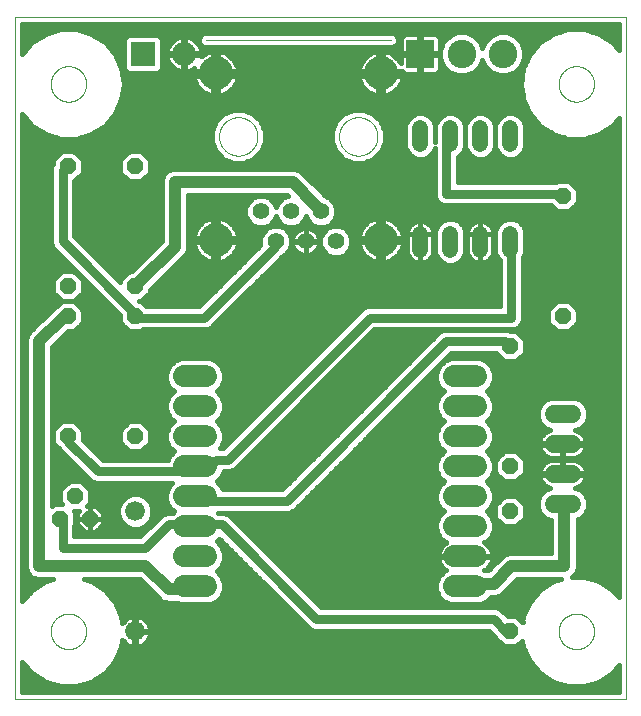
<source format=gbl>
G75*
%MOIN*%
%OFA0B0*%
%FSLAX25Y25*%
%IPPOS*%
%LPD*%
%AMOC8*
5,1,8,0,0,1.08239X$1,22.5*
%
%ADD10C,0.00000*%
%ADD11R,0.08000X0.08000*%
%ADD12C,0.08000*%
%ADD13R,0.09500X0.09500*%
%ADD14C,0.09500*%
%ADD15OC8,0.05200*%
%ADD16C,0.06000*%
%ADD17C,0.07200*%
%ADD18C,0.00039*%
%ADD19C,0.05543*%
%ADD20C,0.11220*%
%ADD21C,0.06600*%
%ADD22C,0.05200*%
%ADD23C,0.01600*%
%ADD24R,0.03562X0.03562*%
%ADD25C,0.03000*%
%ADD26C,0.04000*%
D10*
X0001800Y0001800D02*
X0001800Y0229261D01*
X0205501Y0229261D01*
X0205501Y0001800D01*
X0001800Y0001800D01*
X0013611Y0024300D02*
X0013613Y0024453D01*
X0013619Y0024607D01*
X0013629Y0024760D01*
X0013643Y0024912D01*
X0013661Y0025065D01*
X0013683Y0025216D01*
X0013708Y0025367D01*
X0013738Y0025518D01*
X0013772Y0025668D01*
X0013809Y0025816D01*
X0013850Y0025964D01*
X0013895Y0026110D01*
X0013944Y0026256D01*
X0013997Y0026400D01*
X0014053Y0026542D01*
X0014113Y0026683D01*
X0014177Y0026823D01*
X0014244Y0026961D01*
X0014315Y0027097D01*
X0014390Y0027231D01*
X0014467Y0027363D01*
X0014549Y0027493D01*
X0014633Y0027621D01*
X0014721Y0027747D01*
X0014812Y0027870D01*
X0014906Y0027991D01*
X0015004Y0028109D01*
X0015104Y0028225D01*
X0015208Y0028338D01*
X0015314Y0028449D01*
X0015423Y0028557D01*
X0015535Y0028662D01*
X0015649Y0028763D01*
X0015767Y0028862D01*
X0015886Y0028958D01*
X0016008Y0029051D01*
X0016133Y0029140D01*
X0016260Y0029227D01*
X0016389Y0029309D01*
X0016520Y0029389D01*
X0016653Y0029465D01*
X0016788Y0029538D01*
X0016925Y0029607D01*
X0017064Y0029672D01*
X0017204Y0029734D01*
X0017346Y0029792D01*
X0017489Y0029847D01*
X0017634Y0029898D01*
X0017780Y0029945D01*
X0017927Y0029988D01*
X0018075Y0030027D01*
X0018224Y0030063D01*
X0018374Y0030094D01*
X0018525Y0030122D01*
X0018676Y0030146D01*
X0018829Y0030166D01*
X0018981Y0030182D01*
X0019134Y0030194D01*
X0019287Y0030202D01*
X0019440Y0030206D01*
X0019594Y0030206D01*
X0019747Y0030202D01*
X0019900Y0030194D01*
X0020053Y0030182D01*
X0020205Y0030166D01*
X0020358Y0030146D01*
X0020509Y0030122D01*
X0020660Y0030094D01*
X0020810Y0030063D01*
X0020959Y0030027D01*
X0021107Y0029988D01*
X0021254Y0029945D01*
X0021400Y0029898D01*
X0021545Y0029847D01*
X0021688Y0029792D01*
X0021830Y0029734D01*
X0021970Y0029672D01*
X0022109Y0029607D01*
X0022246Y0029538D01*
X0022381Y0029465D01*
X0022514Y0029389D01*
X0022645Y0029309D01*
X0022774Y0029227D01*
X0022901Y0029140D01*
X0023026Y0029051D01*
X0023148Y0028958D01*
X0023267Y0028862D01*
X0023385Y0028763D01*
X0023499Y0028662D01*
X0023611Y0028557D01*
X0023720Y0028449D01*
X0023826Y0028338D01*
X0023930Y0028225D01*
X0024030Y0028109D01*
X0024128Y0027991D01*
X0024222Y0027870D01*
X0024313Y0027747D01*
X0024401Y0027621D01*
X0024485Y0027493D01*
X0024567Y0027363D01*
X0024644Y0027231D01*
X0024719Y0027097D01*
X0024790Y0026961D01*
X0024857Y0026823D01*
X0024921Y0026683D01*
X0024981Y0026542D01*
X0025037Y0026400D01*
X0025090Y0026256D01*
X0025139Y0026110D01*
X0025184Y0025964D01*
X0025225Y0025816D01*
X0025262Y0025668D01*
X0025296Y0025518D01*
X0025326Y0025367D01*
X0025351Y0025216D01*
X0025373Y0025065D01*
X0025391Y0024912D01*
X0025405Y0024760D01*
X0025415Y0024607D01*
X0025421Y0024453D01*
X0025423Y0024300D01*
X0025421Y0024147D01*
X0025415Y0023993D01*
X0025405Y0023840D01*
X0025391Y0023688D01*
X0025373Y0023535D01*
X0025351Y0023384D01*
X0025326Y0023233D01*
X0025296Y0023082D01*
X0025262Y0022932D01*
X0025225Y0022784D01*
X0025184Y0022636D01*
X0025139Y0022490D01*
X0025090Y0022344D01*
X0025037Y0022200D01*
X0024981Y0022058D01*
X0024921Y0021917D01*
X0024857Y0021777D01*
X0024790Y0021639D01*
X0024719Y0021503D01*
X0024644Y0021369D01*
X0024567Y0021237D01*
X0024485Y0021107D01*
X0024401Y0020979D01*
X0024313Y0020853D01*
X0024222Y0020730D01*
X0024128Y0020609D01*
X0024030Y0020491D01*
X0023930Y0020375D01*
X0023826Y0020262D01*
X0023720Y0020151D01*
X0023611Y0020043D01*
X0023499Y0019938D01*
X0023385Y0019837D01*
X0023267Y0019738D01*
X0023148Y0019642D01*
X0023026Y0019549D01*
X0022901Y0019460D01*
X0022774Y0019373D01*
X0022645Y0019291D01*
X0022514Y0019211D01*
X0022381Y0019135D01*
X0022246Y0019062D01*
X0022109Y0018993D01*
X0021970Y0018928D01*
X0021830Y0018866D01*
X0021688Y0018808D01*
X0021545Y0018753D01*
X0021400Y0018702D01*
X0021254Y0018655D01*
X0021107Y0018612D01*
X0020959Y0018573D01*
X0020810Y0018537D01*
X0020660Y0018506D01*
X0020509Y0018478D01*
X0020358Y0018454D01*
X0020205Y0018434D01*
X0020053Y0018418D01*
X0019900Y0018406D01*
X0019747Y0018398D01*
X0019594Y0018394D01*
X0019440Y0018394D01*
X0019287Y0018398D01*
X0019134Y0018406D01*
X0018981Y0018418D01*
X0018829Y0018434D01*
X0018676Y0018454D01*
X0018525Y0018478D01*
X0018374Y0018506D01*
X0018224Y0018537D01*
X0018075Y0018573D01*
X0017927Y0018612D01*
X0017780Y0018655D01*
X0017634Y0018702D01*
X0017489Y0018753D01*
X0017346Y0018808D01*
X0017204Y0018866D01*
X0017064Y0018928D01*
X0016925Y0018993D01*
X0016788Y0019062D01*
X0016653Y0019135D01*
X0016520Y0019211D01*
X0016389Y0019291D01*
X0016260Y0019373D01*
X0016133Y0019460D01*
X0016008Y0019549D01*
X0015886Y0019642D01*
X0015767Y0019738D01*
X0015649Y0019837D01*
X0015535Y0019938D01*
X0015423Y0020043D01*
X0015314Y0020151D01*
X0015208Y0020262D01*
X0015104Y0020375D01*
X0015004Y0020491D01*
X0014906Y0020609D01*
X0014812Y0020730D01*
X0014721Y0020853D01*
X0014633Y0020979D01*
X0014549Y0021107D01*
X0014467Y0021237D01*
X0014390Y0021369D01*
X0014315Y0021503D01*
X0014244Y0021639D01*
X0014177Y0021777D01*
X0014113Y0021917D01*
X0014053Y0022058D01*
X0013997Y0022200D01*
X0013944Y0022344D01*
X0013895Y0022490D01*
X0013850Y0022636D01*
X0013809Y0022784D01*
X0013772Y0022932D01*
X0013738Y0023082D01*
X0013708Y0023233D01*
X0013683Y0023384D01*
X0013661Y0023535D01*
X0013643Y0023688D01*
X0013629Y0023840D01*
X0013619Y0023993D01*
X0013613Y0024147D01*
X0013611Y0024300D01*
X0069731Y0189300D02*
X0069733Y0189460D01*
X0069739Y0189619D01*
X0069749Y0189778D01*
X0069763Y0189937D01*
X0069781Y0190096D01*
X0069802Y0190254D01*
X0069828Y0190411D01*
X0069858Y0190568D01*
X0069891Y0190724D01*
X0069929Y0190879D01*
X0069970Y0191033D01*
X0070015Y0191186D01*
X0070064Y0191338D01*
X0070117Y0191489D01*
X0070173Y0191638D01*
X0070234Y0191786D01*
X0070297Y0191932D01*
X0070365Y0192077D01*
X0070436Y0192220D01*
X0070510Y0192361D01*
X0070588Y0192500D01*
X0070670Y0192637D01*
X0070755Y0192772D01*
X0070843Y0192905D01*
X0070935Y0193036D01*
X0071029Y0193164D01*
X0071127Y0193290D01*
X0071228Y0193414D01*
X0071332Y0193535D01*
X0071439Y0193653D01*
X0071549Y0193769D01*
X0071662Y0193882D01*
X0071778Y0193992D01*
X0071896Y0194099D01*
X0072017Y0194203D01*
X0072141Y0194304D01*
X0072267Y0194402D01*
X0072395Y0194496D01*
X0072526Y0194588D01*
X0072659Y0194676D01*
X0072794Y0194761D01*
X0072931Y0194843D01*
X0073070Y0194921D01*
X0073211Y0194995D01*
X0073354Y0195066D01*
X0073499Y0195134D01*
X0073645Y0195197D01*
X0073793Y0195258D01*
X0073942Y0195314D01*
X0074093Y0195367D01*
X0074245Y0195416D01*
X0074398Y0195461D01*
X0074552Y0195502D01*
X0074707Y0195540D01*
X0074863Y0195573D01*
X0075020Y0195603D01*
X0075177Y0195629D01*
X0075335Y0195650D01*
X0075494Y0195668D01*
X0075653Y0195682D01*
X0075812Y0195692D01*
X0075971Y0195698D01*
X0076131Y0195700D01*
X0076291Y0195698D01*
X0076450Y0195692D01*
X0076609Y0195682D01*
X0076768Y0195668D01*
X0076927Y0195650D01*
X0077085Y0195629D01*
X0077242Y0195603D01*
X0077399Y0195573D01*
X0077555Y0195540D01*
X0077710Y0195502D01*
X0077864Y0195461D01*
X0078017Y0195416D01*
X0078169Y0195367D01*
X0078320Y0195314D01*
X0078469Y0195258D01*
X0078617Y0195197D01*
X0078763Y0195134D01*
X0078908Y0195066D01*
X0079051Y0194995D01*
X0079192Y0194921D01*
X0079331Y0194843D01*
X0079468Y0194761D01*
X0079603Y0194676D01*
X0079736Y0194588D01*
X0079867Y0194496D01*
X0079995Y0194402D01*
X0080121Y0194304D01*
X0080245Y0194203D01*
X0080366Y0194099D01*
X0080484Y0193992D01*
X0080600Y0193882D01*
X0080713Y0193769D01*
X0080823Y0193653D01*
X0080930Y0193535D01*
X0081034Y0193414D01*
X0081135Y0193290D01*
X0081233Y0193164D01*
X0081327Y0193036D01*
X0081419Y0192905D01*
X0081507Y0192772D01*
X0081592Y0192637D01*
X0081674Y0192500D01*
X0081752Y0192361D01*
X0081826Y0192220D01*
X0081897Y0192077D01*
X0081965Y0191932D01*
X0082028Y0191786D01*
X0082089Y0191638D01*
X0082145Y0191489D01*
X0082198Y0191338D01*
X0082247Y0191186D01*
X0082292Y0191033D01*
X0082333Y0190879D01*
X0082371Y0190724D01*
X0082404Y0190568D01*
X0082434Y0190411D01*
X0082460Y0190254D01*
X0082481Y0190096D01*
X0082499Y0189937D01*
X0082513Y0189778D01*
X0082523Y0189619D01*
X0082529Y0189460D01*
X0082531Y0189300D01*
X0082529Y0189140D01*
X0082523Y0188981D01*
X0082513Y0188822D01*
X0082499Y0188663D01*
X0082481Y0188504D01*
X0082460Y0188346D01*
X0082434Y0188189D01*
X0082404Y0188032D01*
X0082371Y0187876D01*
X0082333Y0187721D01*
X0082292Y0187567D01*
X0082247Y0187414D01*
X0082198Y0187262D01*
X0082145Y0187111D01*
X0082089Y0186962D01*
X0082028Y0186814D01*
X0081965Y0186668D01*
X0081897Y0186523D01*
X0081826Y0186380D01*
X0081752Y0186239D01*
X0081674Y0186100D01*
X0081592Y0185963D01*
X0081507Y0185828D01*
X0081419Y0185695D01*
X0081327Y0185564D01*
X0081233Y0185436D01*
X0081135Y0185310D01*
X0081034Y0185186D01*
X0080930Y0185065D01*
X0080823Y0184947D01*
X0080713Y0184831D01*
X0080600Y0184718D01*
X0080484Y0184608D01*
X0080366Y0184501D01*
X0080245Y0184397D01*
X0080121Y0184296D01*
X0079995Y0184198D01*
X0079867Y0184104D01*
X0079736Y0184012D01*
X0079603Y0183924D01*
X0079468Y0183839D01*
X0079331Y0183757D01*
X0079192Y0183679D01*
X0079051Y0183605D01*
X0078908Y0183534D01*
X0078763Y0183466D01*
X0078617Y0183403D01*
X0078469Y0183342D01*
X0078320Y0183286D01*
X0078169Y0183233D01*
X0078017Y0183184D01*
X0077864Y0183139D01*
X0077710Y0183098D01*
X0077555Y0183060D01*
X0077399Y0183027D01*
X0077242Y0182997D01*
X0077085Y0182971D01*
X0076927Y0182950D01*
X0076768Y0182932D01*
X0076609Y0182918D01*
X0076450Y0182908D01*
X0076291Y0182902D01*
X0076131Y0182900D01*
X0075971Y0182902D01*
X0075812Y0182908D01*
X0075653Y0182918D01*
X0075494Y0182932D01*
X0075335Y0182950D01*
X0075177Y0182971D01*
X0075020Y0182997D01*
X0074863Y0183027D01*
X0074707Y0183060D01*
X0074552Y0183098D01*
X0074398Y0183139D01*
X0074245Y0183184D01*
X0074093Y0183233D01*
X0073942Y0183286D01*
X0073793Y0183342D01*
X0073645Y0183403D01*
X0073499Y0183466D01*
X0073354Y0183534D01*
X0073211Y0183605D01*
X0073070Y0183679D01*
X0072931Y0183757D01*
X0072794Y0183839D01*
X0072659Y0183924D01*
X0072526Y0184012D01*
X0072395Y0184104D01*
X0072267Y0184198D01*
X0072141Y0184296D01*
X0072017Y0184397D01*
X0071896Y0184501D01*
X0071778Y0184608D01*
X0071662Y0184718D01*
X0071549Y0184831D01*
X0071439Y0184947D01*
X0071332Y0185065D01*
X0071228Y0185186D01*
X0071127Y0185310D01*
X0071029Y0185436D01*
X0070935Y0185564D01*
X0070843Y0185695D01*
X0070755Y0185828D01*
X0070670Y0185963D01*
X0070588Y0186100D01*
X0070510Y0186239D01*
X0070436Y0186380D01*
X0070365Y0186523D01*
X0070297Y0186668D01*
X0070234Y0186814D01*
X0070173Y0186962D01*
X0070117Y0187111D01*
X0070064Y0187262D01*
X0070015Y0187414D01*
X0069970Y0187567D01*
X0069929Y0187721D01*
X0069891Y0187876D01*
X0069858Y0188032D01*
X0069828Y0188189D01*
X0069802Y0188346D01*
X0069781Y0188504D01*
X0069763Y0188663D01*
X0069749Y0188822D01*
X0069739Y0188981D01*
X0069733Y0189140D01*
X0069731Y0189300D01*
X0109731Y0189300D02*
X0109733Y0189460D01*
X0109739Y0189619D01*
X0109749Y0189778D01*
X0109763Y0189937D01*
X0109781Y0190096D01*
X0109802Y0190254D01*
X0109828Y0190411D01*
X0109858Y0190568D01*
X0109891Y0190724D01*
X0109929Y0190879D01*
X0109970Y0191033D01*
X0110015Y0191186D01*
X0110064Y0191338D01*
X0110117Y0191489D01*
X0110173Y0191638D01*
X0110234Y0191786D01*
X0110297Y0191932D01*
X0110365Y0192077D01*
X0110436Y0192220D01*
X0110510Y0192361D01*
X0110588Y0192500D01*
X0110670Y0192637D01*
X0110755Y0192772D01*
X0110843Y0192905D01*
X0110935Y0193036D01*
X0111029Y0193164D01*
X0111127Y0193290D01*
X0111228Y0193414D01*
X0111332Y0193535D01*
X0111439Y0193653D01*
X0111549Y0193769D01*
X0111662Y0193882D01*
X0111778Y0193992D01*
X0111896Y0194099D01*
X0112017Y0194203D01*
X0112141Y0194304D01*
X0112267Y0194402D01*
X0112395Y0194496D01*
X0112526Y0194588D01*
X0112659Y0194676D01*
X0112794Y0194761D01*
X0112931Y0194843D01*
X0113070Y0194921D01*
X0113211Y0194995D01*
X0113354Y0195066D01*
X0113499Y0195134D01*
X0113645Y0195197D01*
X0113793Y0195258D01*
X0113942Y0195314D01*
X0114093Y0195367D01*
X0114245Y0195416D01*
X0114398Y0195461D01*
X0114552Y0195502D01*
X0114707Y0195540D01*
X0114863Y0195573D01*
X0115020Y0195603D01*
X0115177Y0195629D01*
X0115335Y0195650D01*
X0115494Y0195668D01*
X0115653Y0195682D01*
X0115812Y0195692D01*
X0115971Y0195698D01*
X0116131Y0195700D01*
X0116291Y0195698D01*
X0116450Y0195692D01*
X0116609Y0195682D01*
X0116768Y0195668D01*
X0116927Y0195650D01*
X0117085Y0195629D01*
X0117242Y0195603D01*
X0117399Y0195573D01*
X0117555Y0195540D01*
X0117710Y0195502D01*
X0117864Y0195461D01*
X0118017Y0195416D01*
X0118169Y0195367D01*
X0118320Y0195314D01*
X0118469Y0195258D01*
X0118617Y0195197D01*
X0118763Y0195134D01*
X0118908Y0195066D01*
X0119051Y0194995D01*
X0119192Y0194921D01*
X0119331Y0194843D01*
X0119468Y0194761D01*
X0119603Y0194676D01*
X0119736Y0194588D01*
X0119867Y0194496D01*
X0119995Y0194402D01*
X0120121Y0194304D01*
X0120245Y0194203D01*
X0120366Y0194099D01*
X0120484Y0193992D01*
X0120600Y0193882D01*
X0120713Y0193769D01*
X0120823Y0193653D01*
X0120930Y0193535D01*
X0121034Y0193414D01*
X0121135Y0193290D01*
X0121233Y0193164D01*
X0121327Y0193036D01*
X0121419Y0192905D01*
X0121507Y0192772D01*
X0121592Y0192637D01*
X0121674Y0192500D01*
X0121752Y0192361D01*
X0121826Y0192220D01*
X0121897Y0192077D01*
X0121965Y0191932D01*
X0122028Y0191786D01*
X0122089Y0191638D01*
X0122145Y0191489D01*
X0122198Y0191338D01*
X0122247Y0191186D01*
X0122292Y0191033D01*
X0122333Y0190879D01*
X0122371Y0190724D01*
X0122404Y0190568D01*
X0122434Y0190411D01*
X0122460Y0190254D01*
X0122481Y0190096D01*
X0122499Y0189937D01*
X0122513Y0189778D01*
X0122523Y0189619D01*
X0122529Y0189460D01*
X0122531Y0189300D01*
X0122529Y0189140D01*
X0122523Y0188981D01*
X0122513Y0188822D01*
X0122499Y0188663D01*
X0122481Y0188504D01*
X0122460Y0188346D01*
X0122434Y0188189D01*
X0122404Y0188032D01*
X0122371Y0187876D01*
X0122333Y0187721D01*
X0122292Y0187567D01*
X0122247Y0187414D01*
X0122198Y0187262D01*
X0122145Y0187111D01*
X0122089Y0186962D01*
X0122028Y0186814D01*
X0121965Y0186668D01*
X0121897Y0186523D01*
X0121826Y0186380D01*
X0121752Y0186239D01*
X0121674Y0186100D01*
X0121592Y0185963D01*
X0121507Y0185828D01*
X0121419Y0185695D01*
X0121327Y0185564D01*
X0121233Y0185436D01*
X0121135Y0185310D01*
X0121034Y0185186D01*
X0120930Y0185065D01*
X0120823Y0184947D01*
X0120713Y0184831D01*
X0120600Y0184718D01*
X0120484Y0184608D01*
X0120366Y0184501D01*
X0120245Y0184397D01*
X0120121Y0184296D01*
X0119995Y0184198D01*
X0119867Y0184104D01*
X0119736Y0184012D01*
X0119603Y0183924D01*
X0119468Y0183839D01*
X0119331Y0183757D01*
X0119192Y0183679D01*
X0119051Y0183605D01*
X0118908Y0183534D01*
X0118763Y0183466D01*
X0118617Y0183403D01*
X0118469Y0183342D01*
X0118320Y0183286D01*
X0118169Y0183233D01*
X0118017Y0183184D01*
X0117864Y0183139D01*
X0117710Y0183098D01*
X0117555Y0183060D01*
X0117399Y0183027D01*
X0117242Y0182997D01*
X0117085Y0182971D01*
X0116927Y0182950D01*
X0116768Y0182932D01*
X0116609Y0182918D01*
X0116450Y0182908D01*
X0116291Y0182902D01*
X0116131Y0182900D01*
X0115971Y0182902D01*
X0115812Y0182908D01*
X0115653Y0182918D01*
X0115494Y0182932D01*
X0115335Y0182950D01*
X0115177Y0182971D01*
X0115020Y0182997D01*
X0114863Y0183027D01*
X0114707Y0183060D01*
X0114552Y0183098D01*
X0114398Y0183139D01*
X0114245Y0183184D01*
X0114093Y0183233D01*
X0113942Y0183286D01*
X0113793Y0183342D01*
X0113645Y0183403D01*
X0113499Y0183466D01*
X0113354Y0183534D01*
X0113211Y0183605D01*
X0113070Y0183679D01*
X0112931Y0183757D01*
X0112794Y0183839D01*
X0112659Y0183924D01*
X0112526Y0184012D01*
X0112395Y0184104D01*
X0112267Y0184198D01*
X0112141Y0184296D01*
X0112017Y0184397D01*
X0111896Y0184501D01*
X0111778Y0184608D01*
X0111662Y0184718D01*
X0111549Y0184831D01*
X0111439Y0184947D01*
X0111332Y0185065D01*
X0111228Y0185186D01*
X0111127Y0185310D01*
X0111029Y0185436D01*
X0110935Y0185564D01*
X0110843Y0185695D01*
X0110755Y0185828D01*
X0110670Y0185963D01*
X0110588Y0186100D01*
X0110510Y0186239D01*
X0110436Y0186380D01*
X0110365Y0186523D01*
X0110297Y0186668D01*
X0110234Y0186814D01*
X0110173Y0186962D01*
X0110117Y0187111D01*
X0110064Y0187262D01*
X0110015Y0187414D01*
X0109970Y0187567D01*
X0109929Y0187721D01*
X0109891Y0187876D01*
X0109858Y0188032D01*
X0109828Y0188189D01*
X0109802Y0188346D01*
X0109781Y0188504D01*
X0109763Y0188663D01*
X0109749Y0188822D01*
X0109739Y0188981D01*
X0109733Y0189140D01*
X0109731Y0189300D01*
X0182902Y0206800D02*
X0182904Y0206953D01*
X0182910Y0207107D01*
X0182920Y0207260D01*
X0182934Y0207412D01*
X0182952Y0207565D01*
X0182974Y0207716D01*
X0182999Y0207867D01*
X0183029Y0208018D01*
X0183063Y0208168D01*
X0183100Y0208316D01*
X0183141Y0208464D01*
X0183186Y0208610D01*
X0183235Y0208756D01*
X0183288Y0208900D01*
X0183344Y0209042D01*
X0183404Y0209183D01*
X0183468Y0209323D01*
X0183535Y0209461D01*
X0183606Y0209597D01*
X0183681Y0209731D01*
X0183758Y0209863D01*
X0183840Y0209993D01*
X0183924Y0210121D01*
X0184012Y0210247D01*
X0184103Y0210370D01*
X0184197Y0210491D01*
X0184295Y0210609D01*
X0184395Y0210725D01*
X0184499Y0210838D01*
X0184605Y0210949D01*
X0184714Y0211057D01*
X0184826Y0211162D01*
X0184940Y0211263D01*
X0185058Y0211362D01*
X0185177Y0211458D01*
X0185299Y0211551D01*
X0185424Y0211640D01*
X0185551Y0211727D01*
X0185680Y0211809D01*
X0185811Y0211889D01*
X0185944Y0211965D01*
X0186079Y0212038D01*
X0186216Y0212107D01*
X0186355Y0212172D01*
X0186495Y0212234D01*
X0186637Y0212292D01*
X0186780Y0212347D01*
X0186925Y0212398D01*
X0187071Y0212445D01*
X0187218Y0212488D01*
X0187366Y0212527D01*
X0187515Y0212563D01*
X0187665Y0212594D01*
X0187816Y0212622D01*
X0187967Y0212646D01*
X0188120Y0212666D01*
X0188272Y0212682D01*
X0188425Y0212694D01*
X0188578Y0212702D01*
X0188731Y0212706D01*
X0188885Y0212706D01*
X0189038Y0212702D01*
X0189191Y0212694D01*
X0189344Y0212682D01*
X0189496Y0212666D01*
X0189649Y0212646D01*
X0189800Y0212622D01*
X0189951Y0212594D01*
X0190101Y0212563D01*
X0190250Y0212527D01*
X0190398Y0212488D01*
X0190545Y0212445D01*
X0190691Y0212398D01*
X0190836Y0212347D01*
X0190979Y0212292D01*
X0191121Y0212234D01*
X0191261Y0212172D01*
X0191400Y0212107D01*
X0191537Y0212038D01*
X0191672Y0211965D01*
X0191805Y0211889D01*
X0191936Y0211809D01*
X0192065Y0211727D01*
X0192192Y0211640D01*
X0192317Y0211551D01*
X0192439Y0211458D01*
X0192558Y0211362D01*
X0192676Y0211263D01*
X0192790Y0211162D01*
X0192902Y0211057D01*
X0193011Y0210949D01*
X0193117Y0210838D01*
X0193221Y0210725D01*
X0193321Y0210609D01*
X0193419Y0210491D01*
X0193513Y0210370D01*
X0193604Y0210247D01*
X0193692Y0210121D01*
X0193776Y0209993D01*
X0193858Y0209863D01*
X0193935Y0209731D01*
X0194010Y0209597D01*
X0194081Y0209461D01*
X0194148Y0209323D01*
X0194212Y0209183D01*
X0194272Y0209042D01*
X0194328Y0208900D01*
X0194381Y0208756D01*
X0194430Y0208610D01*
X0194475Y0208464D01*
X0194516Y0208316D01*
X0194553Y0208168D01*
X0194587Y0208018D01*
X0194617Y0207867D01*
X0194642Y0207716D01*
X0194664Y0207565D01*
X0194682Y0207412D01*
X0194696Y0207260D01*
X0194706Y0207107D01*
X0194712Y0206953D01*
X0194714Y0206800D01*
X0194712Y0206647D01*
X0194706Y0206493D01*
X0194696Y0206340D01*
X0194682Y0206188D01*
X0194664Y0206035D01*
X0194642Y0205884D01*
X0194617Y0205733D01*
X0194587Y0205582D01*
X0194553Y0205432D01*
X0194516Y0205284D01*
X0194475Y0205136D01*
X0194430Y0204990D01*
X0194381Y0204844D01*
X0194328Y0204700D01*
X0194272Y0204558D01*
X0194212Y0204417D01*
X0194148Y0204277D01*
X0194081Y0204139D01*
X0194010Y0204003D01*
X0193935Y0203869D01*
X0193858Y0203737D01*
X0193776Y0203607D01*
X0193692Y0203479D01*
X0193604Y0203353D01*
X0193513Y0203230D01*
X0193419Y0203109D01*
X0193321Y0202991D01*
X0193221Y0202875D01*
X0193117Y0202762D01*
X0193011Y0202651D01*
X0192902Y0202543D01*
X0192790Y0202438D01*
X0192676Y0202337D01*
X0192558Y0202238D01*
X0192439Y0202142D01*
X0192317Y0202049D01*
X0192192Y0201960D01*
X0192065Y0201873D01*
X0191936Y0201791D01*
X0191805Y0201711D01*
X0191672Y0201635D01*
X0191537Y0201562D01*
X0191400Y0201493D01*
X0191261Y0201428D01*
X0191121Y0201366D01*
X0190979Y0201308D01*
X0190836Y0201253D01*
X0190691Y0201202D01*
X0190545Y0201155D01*
X0190398Y0201112D01*
X0190250Y0201073D01*
X0190101Y0201037D01*
X0189951Y0201006D01*
X0189800Y0200978D01*
X0189649Y0200954D01*
X0189496Y0200934D01*
X0189344Y0200918D01*
X0189191Y0200906D01*
X0189038Y0200898D01*
X0188885Y0200894D01*
X0188731Y0200894D01*
X0188578Y0200898D01*
X0188425Y0200906D01*
X0188272Y0200918D01*
X0188120Y0200934D01*
X0187967Y0200954D01*
X0187816Y0200978D01*
X0187665Y0201006D01*
X0187515Y0201037D01*
X0187366Y0201073D01*
X0187218Y0201112D01*
X0187071Y0201155D01*
X0186925Y0201202D01*
X0186780Y0201253D01*
X0186637Y0201308D01*
X0186495Y0201366D01*
X0186355Y0201428D01*
X0186216Y0201493D01*
X0186079Y0201562D01*
X0185944Y0201635D01*
X0185811Y0201711D01*
X0185680Y0201791D01*
X0185551Y0201873D01*
X0185424Y0201960D01*
X0185299Y0202049D01*
X0185177Y0202142D01*
X0185058Y0202238D01*
X0184940Y0202337D01*
X0184826Y0202438D01*
X0184714Y0202543D01*
X0184605Y0202651D01*
X0184499Y0202762D01*
X0184395Y0202875D01*
X0184295Y0202991D01*
X0184197Y0203109D01*
X0184103Y0203230D01*
X0184012Y0203353D01*
X0183924Y0203479D01*
X0183840Y0203607D01*
X0183758Y0203737D01*
X0183681Y0203869D01*
X0183606Y0204003D01*
X0183535Y0204139D01*
X0183468Y0204277D01*
X0183404Y0204417D01*
X0183344Y0204558D01*
X0183288Y0204700D01*
X0183235Y0204844D01*
X0183186Y0204990D01*
X0183141Y0205136D01*
X0183100Y0205284D01*
X0183063Y0205432D01*
X0183029Y0205582D01*
X0182999Y0205733D01*
X0182974Y0205884D01*
X0182952Y0206035D01*
X0182934Y0206188D01*
X0182920Y0206340D01*
X0182910Y0206493D01*
X0182904Y0206647D01*
X0182902Y0206800D01*
X0013611Y0206800D02*
X0013613Y0206953D01*
X0013619Y0207107D01*
X0013629Y0207260D01*
X0013643Y0207412D01*
X0013661Y0207565D01*
X0013683Y0207716D01*
X0013708Y0207867D01*
X0013738Y0208018D01*
X0013772Y0208168D01*
X0013809Y0208316D01*
X0013850Y0208464D01*
X0013895Y0208610D01*
X0013944Y0208756D01*
X0013997Y0208900D01*
X0014053Y0209042D01*
X0014113Y0209183D01*
X0014177Y0209323D01*
X0014244Y0209461D01*
X0014315Y0209597D01*
X0014390Y0209731D01*
X0014467Y0209863D01*
X0014549Y0209993D01*
X0014633Y0210121D01*
X0014721Y0210247D01*
X0014812Y0210370D01*
X0014906Y0210491D01*
X0015004Y0210609D01*
X0015104Y0210725D01*
X0015208Y0210838D01*
X0015314Y0210949D01*
X0015423Y0211057D01*
X0015535Y0211162D01*
X0015649Y0211263D01*
X0015767Y0211362D01*
X0015886Y0211458D01*
X0016008Y0211551D01*
X0016133Y0211640D01*
X0016260Y0211727D01*
X0016389Y0211809D01*
X0016520Y0211889D01*
X0016653Y0211965D01*
X0016788Y0212038D01*
X0016925Y0212107D01*
X0017064Y0212172D01*
X0017204Y0212234D01*
X0017346Y0212292D01*
X0017489Y0212347D01*
X0017634Y0212398D01*
X0017780Y0212445D01*
X0017927Y0212488D01*
X0018075Y0212527D01*
X0018224Y0212563D01*
X0018374Y0212594D01*
X0018525Y0212622D01*
X0018676Y0212646D01*
X0018829Y0212666D01*
X0018981Y0212682D01*
X0019134Y0212694D01*
X0019287Y0212702D01*
X0019440Y0212706D01*
X0019594Y0212706D01*
X0019747Y0212702D01*
X0019900Y0212694D01*
X0020053Y0212682D01*
X0020205Y0212666D01*
X0020358Y0212646D01*
X0020509Y0212622D01*
X0020660Y0212594D01*
X0020810Y0212563D01*
X0020959Y0212527D01*
X0021107Y0212488D01*
X0021254Y0212445D01*
X0021400Y0212398D01*
X0021545Y0212347D01*
X0021688Y0212292D01*
X0021830Y0212234D01*
X0021970Y0212172D01*
X0022109Y0212107D01*
X0022246Y0212038D01*
X0022381Y0211965D01*
X0022514Y0211889D01*
X0022645Y0211809D01*
X0022774Y0211727D01*
X0022901Y0211640D01*
X0023026Y0211551D01*
X0023148Y0211458D01*
X0023267Y0211362D01*
X0023385Y0211263D01*
X0023499Y0211162D01*
X0023611Y0211057D01*
X0023720Y0210949D01*
X0023826Y0210838D01*
X0023930Y0210725D01*
X0024030Y0210609D01*
X0024128Y0210491D01*
X0024222Y0210370D01*
X0024313Y0210247D01*
X0024401Y0210121D01*
X0024485Y0209993D01*
X0024567Y0209863D01*
X0024644Y0209731D01*
X0024719Y0209597D01*
X0024790Y0209461D01*
X0024857Y0209323D01*
X0024921Y0209183D01*
X0024981Y0209042D01*
X0025037Y0208900D01*
X0025090Y0208756D01*
X0025139Y0208610D01*
X0025184Y0208464D01*
X0025225Y0208316D01*
X0025262Y0208168D01*
X0025296Y0208018D01*
X0025326Y0207867D01*
X0025351Y0207716D01*
X0025373Y0207565D01*
X0025391Y0207412D01*
X0025405Y0207260D01*
X0025415Y0207107D01*
X0025421Y0206953D01*
X0025423Y0206800D01*
X0025421Y0206647D01*
X0025415Y0206493D01*
X0025405Y0206340D01*
X0025391Y0206188D01*
X0025373Y0206035D01*
X0025351Y0205884D01*
X0025326Y0205733D01*
X0025296Y0205582D01*
X0025262Y0205432D01*
X0025225Y0205284D01*
X0025184Y0205136D01*
X0025139Y0204990D01*
X0025090Y0204844D01*
X0025037Y0204700D01*
X0024981Y0204558D01*
X0024921Y0204417D01*
X0024857Y0204277D01*
X0024790Y0204139D01*
X0024719Y0204003D01*
X0024644Y0203869D01*
X0024567Y0203737D01*
X0024485Y0203607D01*
X0024401Y0203479D01*
X0024313Y0203353D01*
X0024222Y0203230D01*
X0024128Y0203109D01*
X0024030Y0202991D01*
X0023930Y0202875D01*
X0023826Y0202762D01*
X0023720Y0202651D01*
X0023611Y0202543D01*
X0023499Y0202438D01*
X0023385Y0202337D01*
X0023267Y0202238D01*
X0023148Y0202142D01*
X0023026Y0202049D01*
X0022901Y0201960D01*
X0022774Y0201873D01*
X0022645Y0201791D01*
X0022514Y0201711D01*
X0022381Y0201635D01*
X0022246Y0201562D01*
X0022109Y0201493D01*
X0021970Y0201428D01*
X0021830Y0201366D01*
X0021688Y0201308D01*
X0021545Y0201253D01*
X0021400Y0201202D01*
X0021254Y0201155D01*
X0021107Y0201112D01*
X0020959Y0201073D01*
X0020810Y0201037D01*
X0020660Y0201006D01*
X0020509Y0200978D01*
X0020358Y0200954D01*
X0020205Y0200934D01*
X0020053Y0200918D01*
X0019900Y0200906D01*
X0019747Y0200898D01*
X0019594Y0200894D01*
X0019440Y0200894D01*
X0019287Y0200898D01*
X0019134Y0200906D01*
X0018981Y0200918D01*
X0018829Y0200934D01*
X0018676Y0200954D01*
X0018525Y0200978D01*
X0018374Y0201006D01*
X0018224Y0201037D01*
X0018075Y0201073D01*
X0017927Y0201112D01*
X0017780Y0201155D01*
X0017634Y0201202D01*
X0017489Y0201253D01*
X0017346Y0201308D01*
X0017204Y0201366D01*
X0017064Y0201428D01*
X0016925Y0201493D01*
X0016788Y0201562D01*
X0016653Y0201635D01*
X0016520Y0201711D01*
X0016389Y0201791D01*
X0016260Y0201873D01*
X0016133Y0201960D01*
X0016008Y0202049D01*
X0015886Y0202142D01*
X0015767Y0202238D01*
X0015649Y0202337D01*
X0015535Y0202438D01*
X0015423Y0202543D01*
X0015314Y0202651D01*
X0015208Y0202762D01*
X0015104Y0202875D01*
X0015004Y0202991D01*
X0014906Y0203109D01*
X0014812Y0203230D01*
X0014721Y0203353D01*
X0014633Y0203479D01*
X0014549Y0203607D01*
X0014467Y0203737D01*
X0014390Y0203869D01*
X0014315Y0204003D01*
X0014244Y0204139D01*
X0014177Y0204277D01*
X0014113Y0204417D01*
X0014053Y0204558D01*
X0013997Y0204700D01*
X0013944Y0204844D01*
X0013895Y0204990D01*
X0013850Y0205136D01*
X0013809Y0205284D01*
X0013772Y0205432D01*
X0013738Y0205582D01*
X0013708Y0205733D01*
X0013683Y0205884D01*
X0013661Y0206035D01*
X0013643Y0206188D01*
X0013629Y0206340D01*
X0013619Y0206493D01*
X0013613Y0206647D01*
X0013611Y0206800D01*
X0182902Y0024300D02*
X0182904Y0024453D01*
X0182910Y0024607D01*
X0182920Y0024760D01*
X0182934Y0024912D01*
X0182952Y0025065D01*
X0182974Y0025216D01*
X0182999Y0025367D01*
X0183029Y0025518D01*
X0183063Y0025668D01*
X0183100Y0025816D01*
X0183141Y0025964D01*
X0183186Y0026110D01*
X0183235Y0026256D01*
X0183288Y0026400D01*
X0183344Y0026542D01*
X0183404Y0026683D01*
X0183468Y0026823D01*
X0183535Y0026961D01*
X0183606Y0027097D01*
X0183681Y0027231D01*
X0183758Y0027363D01*
X0183840Y0027493D01*
X0183924Y0027621D01*
X0184012Y0027747D01*
X0184103Y0027870D01*
X0184197Y0027991D01*
X0184295Y0028109D01*
X0184395Y0028225D01*
X0184499Y0028338D01*
X0184605Y0028449D01*
X0184714Y0028557D01*
X0184826Y0028662D01*
X0184940Y0028763D01*
X0185058Y0028862D01*
X0185177Y0028958D01*
X0185299Y0029051D01*
X0185424Y0029140D01*
X0185551Y0029227D01*
X0185680Y0029309D01*
X0185811Y0029389D01*
X0185944Y0029465D01*
X0186079Y0029538D01*
X0186216Y0029607D01*
X0186355Y0029672D01*
X0186495Y0029734D01*
X0186637Y0029792D01*
X0186780Y0029847D01*
X0186925Y0029898D01*
X0187071Y0029945D01*
X0187218Y0029988D01*
X0187366Y0030027D01*
X0187515Y0030063D01*
X0187665Y0030094D01*
X0187816Y0030122D01*
X0187967Y0030146D01*
X0188120Y0030166D01*
X0188272Y0030182D01*
X0188425Y0030194D01*
X0188578Y0030202D01*
X0188731Y0030206D01*
X0188885Y0030206D01*
X0189038Y0030202D01*
X0189191Y0030194D01*
X0189344Y0030182D01*
X0189496Y0030166D01*
X0189649Y0030146D01*
X0189800Y0030122D01*
X0189951Y0030094D01*
X0190101Y0030063D01*
X0190250Y0030027D01*
X0190398Y0029988D01*
X0190545Y0029945D01*
X0190691Y0029898D01*
X0190836Y0029847D01*
X0190979Y0029792D01*
X0191121Y0029734D01*
X0191261Y0029672D01*
X0191400Y0029607D01*
X0191537Y0029538D01*
X0191672Y0029465D01*
X0191805Y0029389D01*
X0191936Y0029309D01*
X0192065Y0029227D01*
X0192192Y0029140D01*
X0192317Y0029051D01*
X0192439Y0028958D01*
X0192558Y0028862D01*
X0192676Y0028763D01*
X0192790Y0028662D01*
X0192902Y0028557D01*
X0193011Y0028449D01*
X0193117Y0028338D01*
X0193221Y0028225D01*
X0193321Y0028109D01*
X0193419Y0027991D01*
X0193513Y0027870D01*
X0193604Y0027747D01*
X0193692Y0027621D01*
X0193776Y0027493D01*
X0193858Y0027363D01*
X0193935Y0027231D01*
X0194010Y0027097D01*
X0194081Y0026961D01*
X0194148Y0026823D01*
X0194212Y0026683D01*
X0194272Y0026542D01*
X0194328Y0026400D01*
X0194381Y0026256D01*
X0194430Y0026110D01*
X0194475Y0025964D01*
X0194516Y0025816D01*
X0194553Y0025668D01*
X0194587Y0025518D01*
X0194617Y0025367D01*
X0194642Y0025216D01*
X0194664Y0025065D01*
X0194682Y0024912D01*
X0194696Y0024760D01*
X0194706Y0024607D01*
X0194712Y0024453D01*
X0194714Y0024300D01*
X0194712Y0024147D01*
X0194706Y0023993D01*
X0194696Y0023840D01*
X0194682Y0023688D01*
X0194664Y0023535D01*
X0194642Y0023384D01*
X0194617Y0023233D01*
X0194587Y0023082D01*
X0194553Y0022932D01*
X0194516Y0022784D01*
X0194475Y0022636D01*
X0194430Y0022490D01*
X0194381Y0022344D01*
X0194328Y0022200D01*
X0194272Y0022058D01*
X0194212Y0021917D01*
X0194148Y0021777D01*
X0194081Y0021639D01*
X0194010Y0021503D01*
X0193935Y0021369D01*
X0193858Y0021237D01*
X0193776Y0021107D01*
X0193692Y0020979D01*
X0193604Y0020853D01*
X0193513Y0020730D01*
X0193419Y0020609D01*
X0193321Y0020491D01*
X0193221Y0020375D01*
X0193117Y0020262D01*
X0193011Y0020151D01*
X0192902Y0020043D01*
X0192790Y0019938D01*
X0192676Y0019837D01*
X0192558Y0019738D01*
X0192439Y0019642D01*
X0192317Y0019549D01*
X0192192Y0019460D01*
X0192065Y0019373D01*
X0191936Y0019291D01*
X0191805Y0019211D01*
X0191672Y0019135D01*
X0191537Y0019062D01*
X0191400Y0018993D01*
X0191261Y0018928D01*
X0191121Y0018866D01*
X0190979Y0018808D01*
X0190836Y0018753D01*
X0190691Y0018702D01*
X0190545Y0018655D01*
X0190398Y0018612D01*
X0190250Y0018573D01*
X0190101Y0018537D01*
X0189951Y0018506D01*
X0189800Y0018478D01*
X0189649Y0018454D01*
X0189496Y0018434D01*
X0189344Y0018418D01*
X0189191Y0018406D01*
X0189038Y0018398D01*
X0188885Y0018394D01*
X0188731Y0018394D01*
X0188578Y0018398D01*
X0188425Y0018406D01*
X0188272Y0018418D01*
X0188120Y0018434D01*
X0187967Y0018454D01*
X0187816Y0018478D01*
X0187665Y0018506D01*
X0187515Y0018537D01*
X0187366Y0018573D01*
X0187218Y0018612D01*
X0187071Y0018655D01*
X0186925Y0018702D01*
X0186780Y0018753D01*
X0186637Y0018808D01*
X0186495Y0018866D01*
X0186355Y0018928D01*
X0186216Y0018993D01*
X0186079Y0019062D01*
X0185944Y0019135D01*
X0185811Y0019211D01*
X0185680Y0019291D01*
X0185551Y0019373D01*
X0185424Y0019460D01*
X0185299Y0019549D01*
X0185177Y0019642D01*
X0185058Y0019738D01*
X0184940Y0019837D01*
X0184826Y0019938D01*
X0184714Y0020043D01*
X0184605Y0020151D01*
X0184499Y0020262D01*
X0184395Y0020375D01*
X0184295Y0020491D01*
X0184197Y0020609D01*
X0184103Y0020730D01*
X0184012Y0020853D01*
X0183924Y0020979D01*
X0183840Y0021107D01*
X0183758Y0021237D01*
X0183681Y0021369D01*
X0183606Y0021503D01*
X0183535Y0021639D01*
X0183468Y0021777D01*
X0183404Y0021917D01*
X0183344Y0022058D01*
X0183288Y0022200D01*
X0183235Y0022344D01*
X0183186Y0022490D01*
X0183141Y0022636D01*
X0183100Y0022784D01*
X0183063Y0022932D01*
X0183029Y0023082D01*
X0182999Y0023233D01*
X0182974Y0023384D01*
X0182952Y0023535D01*
X0182934Y0023688D01*
X0182920Y0023840D01*
X0182910Y0023993D01*
X0182904Y0024147D01*
X0182902Y0024300D01*
D11*
X0044300Y0216800D03*
D12*
X0058080Y0216800D03*
D13*
X0136800Y0216800D03*
D14*
X0150580Y0216800D03*
X0164359Y0216800D03*
D15*
X0184300Y0169300D03*
X0184300Y0129300D03*
X0166800Y0119300D03*
X0166800Y0079300D03*
X0166800Y0064300D03*
X0166800Y0024300D03*
X0041800Y0089300D03*
X0021800Y0069300D03*
X0016800Y0061800D03*
X0026800Y0061800D03*
X0019300Y0089300D03*
X0019300Y0129300D03*
X0019300Y0139300D03*
X0041800Y0139300D03*
X0041800Y0129300D03*
X0041800Y0179300D03*
X0019300Y0179300D03*
D16*
X0181300Y0096800D02*
X0187300Y0096800D01*
X0187300Y0086800D02*
X0181300Y0086800D01*
X0181300Y0076800D02*
X0187300Y0076800D01*
X0187300Y0066800D02*
X0181300Y0066800D01*
D17*
X0155400Y0069300D02*
X0148200Y0069300D01*
X0148200Y0059300D02*
X0155400Y0059300D01*
X0155400Y0049300D02*
X0148200Y0049300D01*
X0148200Y0039300D02*
X0155400Y0039300D01*
X0155400Y0079300D02*
X0148200Y0079300D01*
X0148200Y0089300D02*
X0155400Y0089300D01*
X0155400Y0099300D02*
X0148200Y0099300D01*
X0148200Y0109300D02*
X0155400Y0109300D01*
X0065400Y0109300D02*
X0058200Y0109300D01*
X0058200Y0099300D02*
X0065400Y0099300D01*
X0065400Y0089300D02*
X0058200Y0089300D01*
X0058200Y0079300D02*
X0065400Y0079300D01*
X0065400Y0069300D02*
X0058200Y0069300D01*
X0058200Y0059300D02*
X0065400Y0059300D01*
X0065400Y0049300D02*
X0058200Y0049300D01*
X0058200Y0039300D02*
X0065400Y0039300D01*
D18*
X0065381Y0221505D02*
X0126881Y0221505D01*
D19*
X0103631Y0164300D03*
X0108631Y0154300D03*
X0098631Y0154300D03*
X0093631Y0164300D03*
X0083631Y0164300D03*
X0088631Y0154300D03*
D20*
X0068631Y0154800D03*
X0068631Y0210300D03*
X0123631Y0210300D03*
X0123631Y0154800D03*
D21*
X0041800Y0064300D03*
X0041800Y0024300D03*
D22*
X0136800Y0151600D02*
X0136800Y0156800D01*
X0146800Y0156800D02*
X0146800Y0151600D01*
X0156800Y0151600D02*
X0156800Y0156800D01*
X0166800Y0156800D02*
X0166800Y0151600D01*
X0166800Y0186800D02*
X0166800Y0192000D01*
X0156800Y0192000D02*
X0156800Y0186800D01*
X0146800Y0186800D02*
X0146800Y0192000D01*
X0136800Y0192000D02*
X0136800Y0186800D01*
D23*
X0141601Y0185325D02*
X0141039Y0183968D01*
X0139632Y0182561D01*
X0137795Y0181800D01*
X0135805Y0181800D01*
X0133968Y0182561D01*
X0132561Y0183968D01*
X0131800Y0185805D01*
X0131800Y0192995D01*
X0132561Y0194832D01*
X0133968Y0196239D01*
X0135805Y0197000D01*
X0137795Y0197000D01*
X0139632Y0196239D01*
X0141039Y0194832D01*
X0141800Y0192995D01*
X0142561Y0194832D01*
X0143968Y0196239D01*
X0145805Y0197000D01*
X0147795Y0197000D01*
X0149632Y0196239D01*
X0151039Y0194832D01*
X0151800Y0192995D01*
X0152561Y0194832D01*
X0153968Y0196239D01*
X0155805Y0197000D01*
X0157795Y0197000D01*
X0159632Y0196239D01*
X0161039Y0194832D01*
X0161800Y0192995D01*
X0161800Y0185805D01*
X0161039Y0183968D01*
X0159632Y0182561D01*
X0157795Y0181800D01*
X0155805Y0181800D01*
X0153968Y0182561D01*
X0152561Y0183968D01*
X0151800Y0185805D01*
X0151800Y0192995D01*
X0151800Y0185805D01*
X0151039Y0183968D01*
X0149632Y0182561D01*
X0149401Y0182465D01*
X0149401Y0174086D01*
X0182015Y0174086D01*
X0182229Y0174300D01*
X0186371Y0174300D01*
X0189300Y0171371D01*
X0189300Y0167229D01*
X0186371Y0164300D01*
X0182229Y0164300D01*
X0180243Y0166286D01*
X0144725Y0166286D01*
X0143292Y0166880D01*
X0142195Y0167977D01*
X0141601Y0169410D01*
X0141601Y0185325D01*
X0141601Y0184235D02*
X0141149Y0184235D01*
X0141601Y0182636D02*
X0139707Y0182636D01*
X0141601Y0181038D02*
X0119179Y0181038D01*
X0117881Y0180500D02*
X0121116Y0181840D01*
X0123591Y0184315D01*
X0124931Y0187550D01*
X0124931Y0191050D01*
X0123591Y0194285D01*
X0121116Y0196760D01*
X0117881Y0198100D01*
X0114380Y0198100D01*
X0111146Y0196760D01*
X0108670Y0194285D01*
X0107331Y0191050D01*
X0107331Y0187550D01*
X0108670Y0184315D01*
X0111146Y0181840D01*
X0114380Y0180500D01*
X0117881Y0180500D01*
X0121912Y0182636D02*
X0133893Y0182636D01*
X0132451Y0184235D02*
X0123511Y0184235D01*
X0124220Y0185833D02*
X0131800Y0185833D01*
X0131800Y0187432D02*
X0124882Y0187432D01*
X0124931Y0189030D02*
X0131800Y0189030D01*
X0131800Y0190629D02*
X0124931Y0190629D01*
X0124443Y0192227D02*
X0131800Y0192227D01*
X0132144Y0193826D02*
X0123781Y0193826D01*
X0122451Y0195424D02*
X0133153Y0195424D01*
X0127756Y0204125D02*
X0126915Y0203640D01*
X0126018Y0203268D01*
X0125079Y0203017D01*
X0124431Y0202931D01*
X0124431Y0209500D01*
X0124431Y0211100D01*
X0130520Y0211100D01*
X0130610Y0210945D01*
X0130945Y0210610D01*
X0131355Y0210373D01*
X0131813Y0210250D01*
X0136419Y0210250D01*
X0136419Y0216419D01*
X0137181Y0216419D01*
X0137181Y0217181D01*
X0143350Y0217181D01*
X0143350Y0221787D01*
X0143227Y0222245D01*
X0142990Y0222655D01*
X0142655Y0222990D01*
X0142245Y0223227D01*
X0141787Y0223350D01*
X0137181Y0223350D01*
X0137181Y0217181D01*
X0136419Y0217181D01*
X0136419Y0216419D01*
X0130250Y0216419D01*
X0130250Y0213655D01*
X0129805Y0214426D01*
X0129214Y0215196D01*
X0128527Y0215883D01*
X0127756Y0216475D01*
X0126915Y0216960D01*
X0126018Y0217332D01*
X0125079Y0217583D01*
X0124431Y0217669D01*
X0124431Y0211100D01*
X0122831Y0211100D01*
X0122831Y0217669D01*
X0122182Y0217583D01*
X0121244Y0217332D01*
X0120346Y0216960D01*
X0119505Y0216475D01*
X0118734Y0215883D01*
X0118047Y0215196D01*
X0117456Y0214426D01*
X0116970Y0213584D01*
X0116599Y0212687D01*
X0116347Y0211749D01*
X0116262Y0211100D01*
X0122831Y0211100D01*
X0122831Y0209500D01*
X0124431Y0209500D01*
X0131000Y0209500D01*
X0130914Y0208851D01*
X0130663Y0207913D01*
X0130291Y0207016D01*
X0129805Y0206174D01*
X0129214Y0205404D01*
X0128527Y0204717D01*
X0127756Y0204125D01*
X0128826Y0205015D02*
X0170664Y0205015D01*
X0170894Y0203417D02*
X0126377Y0203417D01*
X0124431Y0203417D02*
X0122831Y0203417D01*
X0122831Y0202931D02*
X0122831Y0209500D01*
X0116262Y0209500D01*
X0116347Y0208851D01*
X0116599Y0207913D01*
X0116970Y0207016D01*
X0117456Y0206174D01*
X0118047Y0205404D01*
X0118734Y0204717D01*
X0119505Y0204125D01*
X0120346Y0203640D01*
X0121244Y0203268D01*
X0122182Y0203017D01*
X0122831Y0202931D01*
X0120884Y0203417D02*
X0071377Y0203417D01*
X0071018Y0203268D02*
X0071915Y0203640D01*
X0072756Y0204125D01*
X0073527Y0204717D01*
X0074214Y0205404D01*
X0074805Y0206174D01*
X0075291Y0207016D01*
X0075663Y0207913D01*
X0075914Y0208851D01*
X0076000Y0209500D01*
X0069431Y0209500D01*
X0069431Y0211100D01*
X0076000Y0211100D01*
X0075914Y0211749D01*
X0075663Y0212687D01*
X0075291Y0213584D01*
X0074805Y0214426D01*
X0074214Y0215196D01*
X0073527Y0215883D01*
X0072756Y0216475D01*
X0071915Y0216960D01*
X0071018Y0217332D01*
X0070079Y0217583D01*
X0069431Y0217669D01*
X0069431Y0211100D01*
X0067831Y0211100D01*
X0067831Y0217669D01*
X0067182Y0217583D01*
X0066244Y0217332D01*
X0065346Y0216960D01*
X0064505Y0216475D01*
X0063817Y0215946D01*
X0063880Y0216344D01*
X0063880Y0216419D01*
X0058461Y0216419D01*
X0058461Y0217181D01*
X0063880Y0217181D01*
X0063880Y0217256D01*
X0063737Y0218158D01*
X0063455Y0219026D01*
X0063040Y0219840D01*
X0062504Y0220578D01*
X0061858Y0221224D01*
X0061119Y0221761D01*
X0060306Y0222175D01*
X0059438Y0222457D01*
X0058536Y0222600D01*
X0058461Y0222600D01*
X0058461Y0217181D01*
X0057698Y0217181D01*
X0057698Y0216419D01*
X0052280Y0216419D01*
X0052280Y0216344D01*
X0052422Y0215442D01*
X0052704Y0214574D01*
X0053119Y0213760D01*
X0053656Y0213022D01*
X0054301Y0212376D01*
X0055040Y0211839D01*
X0055853Y0211425D01*
X0056721Y0211143D01*
X0057623Y0211000D01*
X0057698Y0211000D01*
X0057698Y0216419D01*
X0058461Y0216419D01*
X0058461Y0211000D01*
X0058536Y0211000D01*
X0059438Y0211143D01*
X0060306Y0211425D01*
X0061119Y0211839D01*
X0061433Y0212067D01*
X0061347Y0211749D01*
X0061262Y0211100D01*
X0067831Y0211100D01*
X0067831Y0209500D01*
X0069431Y0209500D01*
X0069431Y0202931D01*
X0070079Y0203017D01*
X0071018Y0203268D01*
X0069431Y0203417D02*
X0067831Y0203417D01*
X0067831Y0202931D02*
X0067831Y0209500D01*
X0061262Y0209500D01*
X0061347Y0208851D01*
X0061599Y0207913D01*
X0061970Y0207016D01*
X0062456Y0206174D01*
X0063047Y0205404D01*
X0063734Y0204717D01*
X0064505Y0204125D01*
X0065346Y0203640D01*
X0066244Y0203268D01*
X0067182Y0203017D01*
X0067831Y0202931D01*
X0065884Y0203417D02*
X0037430Y0203417D01*
X0037660Y0205015D02*
X0063436Y0205015D01*
X0062202Y0206614D02*
X0037890Y0206614D01*
X0037917Y0206800D02*
X0037171Y0211984D01*
X0034996Y0216748D01*
X0031566Y0220706D01*
X0027160Y0223537D01*
X0022135Y0225013D01*
X0016898Y0225013D01*
X0011873Y0223537D01*
X0007467Y0220706D01*
X0007467Y0220706D01*
X0007467Y0220706D01*
X0004200Y0216935D01*
X0004200Y0226861D01*
X0203101Y0226861D01*
X0203101Y0218117D01*
X0200857Y0220706D01*
X0196452Y0223537D01*
X0196451Y0223537D01*
X0191426Y0225013D01*
X0186189Y0225013D01*
X0181164Y0223537D01*
X0176758Y0220706D01*
X0173329Y0216748D01*
X0171153Y0211984D01*
X0170408Y0206800D01*
X0171153Y0201616D01*
X0173329Y0196852D01*
X0176758Y0192894D01*
X0176758Y0192894D01*
X0181164Y0190063D01*
X0181164Y0190063D01*
X0186189Y0188587D01*
X0191426Y0188587D01*
X0196451Y0190063D01*
X0196452Y0190063D01*
X0200857Y0192894D01*
X0200857Y0192894D01*
X0203101Y0195483D01*
X0203101Y0035617D01*
X0200857Y0038206D01*
X0196452Y0041037D01*
X0196451Y0041037D01*
X0191426Y0042513D01*
X0187436Y0042513D01*
X0188601Y0043678D01*
X0189271Y0045295D01*
X0189271Y0061771D01*
X0190359Y0062222D01*
X0191878Y0063741D01*
X0192700Y0065726D01*
X0192700Y0067874D01*
X0191878Y0069859D01*
X0190359Y0071378D01*
X0188507Y0072145D01*
X0189143Y0072352D01*
X0189816Y0072695D01*
X0190427Y0073139D01*
X0190961Y0073673D01*
X0191405Y0074284D01*
X0191748Y0074957D01*
X0191982Y0075676D01*
X0192100Y0076422D01*
X0192100Y0076600D01*
X0184500Y0076600D01*
X0184500Y0077000D01*
X0184100Y0077000D01*
X0184100Y0081600D01*
X0180922Y0081600D01*
X0180176Y0081482D01*
X0179457Y0081248D01*
X0178784Y0080905D01*
X0178173Y0080461D01*
X0177639Y0079927D01*
X0177195Y0079316D01*
X0176852Y0078643D01*
X0176618Y0077924D01*
X0176500Y0077178D01*
X0176500Y0077000D01*
X0184100Y0077000D01*
X0184100Y0076600D01*
X0176500Y0076600D01*
X0176500Y0076422D01*
X0176618Y0075676D01*
X0176852Y0074957D01*
X0177195Y0074284D01*
X0177639Y0073673D01*
X0178173Y0073139D01*
X0178784Y0072695D01*
X0179457Y0072352D01*
X0180093Y0072145D01*
X0178241Y0071378D01*
X0176722Y0069859D01*
X0175900Y0067874D01*
X0175900Y0065726D01*
X0176722Y0063741D01*
X0178241Y0062222D01*
X0180226Y0061400D01*
X0180471Y0061400D01*
X0180471Y0050570D01*
X0166279Y0050570D01*
X0164662Y0049900D01*
X0159426Y0044665D01*
X0158197Y0044665D01*
X0158230Y0044682D01*
X0158918Y0045181D01*
X0159519Y0045782D01*
X0160018Y0046470D01*
X0160404Y0047227D01*
X0160667Y0048035D01*
X0160800Y0048875D01*
X0160800Y0049100D01*
X0152000Y0049100D01*
X0152000Y0049500D01*
X0160800Y0049500D01*
X0160800Y0049725D01*
X0160667Y0050565D01*
X0160404Y0051373D01*
X0160018Y0052130D01*
X0159519Y0052818D01*
X0158918Y0053419D01*
X0158230Y0053918D01*
X0158166Y0053951D01*
X0158799Y0054213D01*
X0160487Y0055901D01*
X0161400Y0058107D01*
X0161400Y0060493D01*
X0160487Y0062699D01*
X0158885Y0064300D01*
X0160487Y0065901D01*
X0161400Y0068107D01*
X0161400Y0070493D01*
X0160487Y0072699D01*
X0158885Y0074300D01*
X0160487Y0075901D01*
X0161400Y0078107D01*
X0161400Y0080493D01*
X0160487Y0082699D01*
X0158885Y0084300D01*
X0160487Y0085901D01*
X0161400Y0088107D01*
X0161400Y0090493D01*
X0160487Y0092699D01*
X0158885Y0094300D01*
X0160487Y0095901D01*
X0161400Y0098107D01*
X0161400Y0100493D01*
X0160487Y0102699D01*
X0158885Y0104300D01*
X0160487Y0105901D01*
X0161400Y0108107D01*
X0161400Y0110493D01*
X0160487Y0112699D01*
X0158799Y0114387D01*
X0156593Y0115300D01*
X0147007Y0115300D01*
X0144801Y0114387D01*
X0143113Y0112699D01*
X0142200Y0110493D01*
X0142200Y0108107D01*
X0143113Y0105901D01*
X0144715Y0104300D01*
X0143113Y0102699D01*
X0142200Y0100493D01*
X0142200Y0098107D01*
X0143113Y0095901D01*
X0144715Y0094300D01*
X0143113Y0092699D01*
X0142200Y0090493D01*
X0142200Y0088107D01*
X0143113Y0085901D01*
X0144715Y0084300D01*
X0143113Y0082699D01*
X0142200Y0080493D01*
X0142200Y0078107D01*
X0143113Y0075901D01*
X0144715Y0074300D01*
X0143113Y0072699D01*
X0142200Y0070493D01*
X0142200Y0068107D01*
X0143113Y0065901D01*
X0144715Y0064300D01*
X0143113Y0062699D01*
X0142200Y0060493D01*
X0142200Y0058107D01*
X0143113Y0055901D01*
X0144801Y0054213D01*
X0145434Y0053951D01*
X0145370Y0053918D01*
X0144682Y0053419D01*
X0144081Y0052818D01*
X0143582Y0052130D01*
X0143196Y0051373D01*
X0142933Y0050565D01*
X0142800Y0049725D01*
X0142800Y0049500D01*
X0151600Y0049500D01*
X0151600Y0049100D01*
X0142800Y0049100D01*
X0142800Y0048875D01*
X0142933Y0048035D01*
X0143196Y0047227D01*
X0143582Y0046470D01*
X0144081Y0045782D01*
X0144682Y0045181D01*
X0145370Y0044682D01*
X0145434Y0044649D01*
X0144801Y0044387D01*
X0143113Y0042699D01*
X0142200Y0040493D01*
X0142200Y0038107D01*
X0143113Y0035901D01*
X0144801Y0034213D01*
X0147007Y0033300D01*
X0156593Y0033300D01*
X0158799Y0034213D01*
X0160450Y0035865D01*
X0162124Y0035865D01*
X0163741Y0036534D01*
X0164979Y0037772D01*
X0168977Y0041770D01*
X0183660Y0041770D01*
X0181164Y0041037D01*
X0176758Y0038206D01*
X0173329Y0034248D01*
X0173329Y0034248D01*
X0171153Y0029484D01*
X0171153Y0029484D01*
X0170843Y0027328D01*
X0168871Y0029300D01*
X0165918Y0029300D01*
X0164555Y0030663D01*
X0163458Y0031760D01*
X0162025Y0032354D01*
X0103809Y0032354D01*
X0074004Y0062159D01*
X0072907Y0063256D01*
X0071473Y0063850D01*
X0069336Y0063850D01*
X0069262Y0063924D01*
X0093127Y0063924D01*
X0094560Y0064517D01*
X0147116Y0117073D01*
X0161956Y0117073D01*
X0164729Y0114300D01*
X0168871Y0114300D01*
X0171800Y0117229D01*
X0171800Y0121371D01*
X0168871Y0124300D01*
X0167345Y0124300D01*
X0166711Y0124563D01*
X0166032Y0124859D01*
X0165995Y0124859D01*
X0165962Y0124873D01*
X0165221Y0124873D01*
X0164480Y0124887D01*
X0164446Y0124873D01*
X0144725Y0124873D01*
X0143292Y0124279D01*
X0142195Y0123182D01*
X0090736Y0071724D01*
X0070890Y0071724D01*
X0070487Y0072699D01*
X0068885Y0074300D01*
X0070487Y0075901D01*
X0071233Y0077703D01*
X0073442Y0077703D01*
X0074875Y0078297D01*
X0075972Y0079394D01*
X0121526Y0124947D01*
X0167930Y0124947D01*
X0169363Y0125541D01*
X0170461Y0126638D01*
X0171054Y0128071D01*
X0171054Y0148805D01*
X0171800Y0150605D01*
X0171800Y0157795D01*
X0171039Y0159632D01*
X0169632Y0161039D01*
X0167795Y0161800D01*
X0165805Y0161800D01*
X0163968Y0161039D01*
X0162561Y0159632D01*
X0161800Y0157795D01*
X0161800Y0150605D01*
X0162561Y0148768D01*
X0163254Y0148075D01*
X0163254Y0132747D01*
X0119134Y0132747D01*
X0117701Y0132153D01*
X0071051Y0085503D01*
X0070088Y0085503D01*
X0070487Y0085901D01*
X0071400Y0088107D01*
X0071400Y0090493D01*
X0070487Y0092699D01*
X0068885Y0094300D01*
X0070487Y0095901D01*
X0071400Y0098107D01*
X0071400Y0100493D01*
X0070487Y0102699D01*
X0068885Y0104300D01*
X0070487Y0105901D01*
X0071400Y0108107D01*
X0071400Y0110493D01*
X0070487Y0112699D01*
X0068799Y0114387D01*
X0066593Y0115300D01*
X0057007Y0115300D01*
X0054801Y0114387D01*
X0053113Y0112699D01*
X0052200Y0110493D01*
X0052200Y0108107D01*
X0053113Y0105901D01*
X0054715Y0104300D01*
X0053113Y0102699D01*
X0052200Y0100493D01*
X0052200Y0098107D01*
X0053113Y0095901D01*
X0054715Y0094300D01*
X0053113Y0092699D01*
X0052200Y0090493D01*
X0052200Y0088107D01*
X0053113Y0085901D01*
X0054715Y0084300D01*
X0053113Y0082699D01*
X0052644Y0081566D01*
X0030974Y0081566D01*
X0024300Y0088241D01*
X0024300Y0091371D01*
X0021371Y0094300D01*
X0017229Y0094300D01*
X0014300Y0091371D01*
X0014300Y0087229D01*
X0016197Y0085332D01*
X0016210Y0085299D01*
X0016381Y0085129D01*
X0016499Y0084919D01*
X0016925Y0084585D01*
X0026053Y0075457D01*
X0027150Y0074360D01*
X0028583Y0073766D01*
X0054181Y0073766D01*
X0053113Y0072699D01*
X0052200Y0070493D01*
X0052200Y0068107D01*
X0053113Y0065901D01*
X0054715Y0064300D01*
X0054264Y0063850D01*
X0052205Y0063850D01*
X0050772Y0063256D01*
X0049675Y0062159D01*
X0043492Y0055976D01*
X0021448Y0055976D01*
X0021448Y0059377D01*
X0021800Y0059729D01*
X0021800Y0063871D01*
X0021371Y0064300D01*
X0023077Y0064300D01*
X0022400Y0063623D01*
X0022400Y0061800D01*
X0026800Y0061800D01*
X0026800Y0061800D01*
X0026800Y0066200D01*
X0028623Y0066200D01*
X0031200Y0063623D01*
X0031200Y0061800D01*
X0026800Y0061800D01*
X0026800Y0061800D01*
X0026800Y0066200D01*
X0025771Y0066200D01*
X0026800Y0067229D01*
X0026800Y0071371D01*
X0023871Y0074300D01*
X0019729Y0074300D01*
X0016800Y0071371D01*
X0016800Y0067229D01*
X0017229Y0066800D01*
X0014729Y0066800D01*
X0014074Y0066145D01*
X0014074Y0119151D01*
X0019223Y0124300D01*
X0021371Y0124300D01*
X0024300Y0127229D01*
X0024300Y0131371D01*
X0021371Y0134300D01*
X0024300Y0137229D01*
X0024300Y0141371D01*
X0021371Y0144300D01*
X0017229Y0144300D01*
X0014300Y0141371D01*
X0014300Y0137229D01*
X0017229Y0134300D01*
X0021371Y0134300D01*
X0017229Y0134300D01*
X0015893Y0132964D01*
X0015600Y0132888D01*
X0015347Y0132698D01*
X0015056Y0132577D01*
X0014655Y0132176D01*
X0014202Y0131835D01*
X0014041Y0131563D01*
X0007182Y0124703D01*
X0007182Y0124703D01*
X0005944Y0123466D01*
X0005274Y0121848D01*
X0005274Y0045295D01*
X0005944Y0043678D01*
X0007182Y0042440D01*
X0008799Y0041770D01*
X0014369Y0041770D01*
X0011873Y0041037D01*
X0007467Y0038206D01*
X0007467Y0038206D01*
X0007467Y0038206D01*
X0004200Y0034435D01*
X0004200Y0196665D01*
X0007467Y0192894D01*
X0011873Y0190063D01*
X0016898Y0188587D01*
X0022135Y0188587D01*
X0027160Y0190063D01*
X0027160Y0190063D01*
X0031566Y0192894D01*
X0031566Y0192894D01*
X0031566Y0192894D01*
X0034996Y0196852D01*
X0034996Y0196852D01*
X0037171Y0201616D01*
X0037171Y0201616D01*
X0037917Y0206800D01*
X0037713Y0208212D02*
X0061518Y0208212D01*
X0061303Y0211409D02*
X0060258Y0211409D01*
X0058461Y0211409D02*
X0057698Y0211409D01*
X0057698Y0213008D02*
X0058461Y0213008D01*
X0058461Y0214606D02*
X0057698Y0214606D01*
X0057698Y0216205D02*
X0058461Y0216205D01*
X0057698Y0217181D02*
X0052280Y0217181D01*
X0052280Y0217256D01*
X0052422Y0218158D01*
X0052704Y0219026D01*
X0053119Y0219840D01*
X0053656Y0220578D01*
X0054301Y0221224D01*
X0055040Y0221761D01*
X0055853Y0222175D01*
X0056721Y0222457D01*
X0057623Y0222600D01*
X0057698Y0222600D01*
X0057698Y0217181D01*
X0057698Y0217803D02*
X0058461Y0217803D01*
X0058461Y0219402D02*
X0057698Y0219402D01*
X0057698Y0221001D02*
X0058461Y0221001D01*
X0058461Y0222599D02*
X0057698Y0222599D01*
X0057617Y0222599D02*
X0049895Y0222599D01*
X0049659Y0222835D02*
X0048777Y0223200D01*
X0039823Y0223200D01*
X0038941Y0222835D01*
X0038265Y0222159D01*
X0037900Y0221277D01*
X0037900Y0212323D01*
X0038265Y0211441D01*
X0038941Y0210765D01*
X0039823Y0210400D01*
X0048777Y0210400D01*
X0049659Y0210765D01*
X0050335Y0211441D01*
X0050700Y0212323D01*
X0050700Y0221277D01*
X0050335Y0222159D01*
X0049659Y0222835D01*
X0050700Y0221001D02*
X0054078Y0221001D01*
X0052896Y0219402D02*
X0050700Y0219402D01*
X0050700Y0217803D02*
X0052366Y0217803D01*
X0052301Y0216205D02*
X0050700Y0216205D01*
X0050700Y0214606D02*
X0052694Y0214606D01*
X0053669Y0213008D02*
X0050700Y0213008D01*
X0050304Y0211409D02*
X0055901Y0211409D01*
X0063858Y0216205D02*
X0064154Y0216205D01*
X0063793Y0217803D02*
X0130250Y0217803D01*
X0130250Y0217181D02*
X0136419Y0217181D01*
X0136419Y0223350D01*
X0131813Y0223350D01*
X0131355Y0223227D01*
X0130945Y0222990D01*
X0130610Y0222655D01*
X0130373Y0222245D01*
X0130250Y0221787D01*
X0130250Y0217181D01*
X0130250Y0216205D02*
X0128108Y0216205D01*
X0129667Y0214606D02*
X0130250Y0214606D01*
X0130250Y0219402D02*
X0128127Y0219402D01*
X0128251Y0219453D02*
X0128932Y0220134D01*
X0129300Y0221023D01*
X0129300Y0221986D01*
X0128932Y0222875D01*
X0128251Y0223556D01*
X0127362Y0223924D01*
X0064899Y0223924D01*
X0064010Y0223556D01*
X0063329Y0222875D01*
X0062961Y0221986D01*
X0062961Y0221023D01*
X0063329Y0220134D01*
X0064010Y0219453D01*
X0064899Y0219085D01*
X0127362Y0219085D01*
X0128251Y0219453D01*
X0129291Y0221001D02*
X0130250Y0221001D01*
X0130577Y0222599D02*
X0129046Y0222599D01*
X0124431Y0216205D02*
X0122831Y0216205D01*
X0122831Y0214606D02*
X0124431Y0214606D01*
X0124431Y0213008D02*
X0122831Y0213008D01*
X0122831Y0211409D02*
X0124431Y0211409D01*
X0124431Y0209811D02*
X0148769Y0209811D01*
X0149157Y0209650D02*
X0152002Y0209650D01*
X0154630Y0210739D01*
X0156641Y0212750D01*
X0157469Y0214750D01*
X0158298Y0212750D01*
X0160309Y0210739D01*
X0162937Y0209650D01*
X0165781Y0209650D01*
X0168409Y0210739D01*
X0170421Y0212750D01*
X0171509Y0215378D01*
X0171509Y0218222D01*
X0170421Y0220850D01*
X0168409Y0222861D01*
X0165781Y0223950D01*
X0162937Y0223950D01*
X0160309Y0222861D01*
X0158298Y0220850D01*
X0157469Y0218850D01*
X0156641Y0220850D01*
X0154630Y0222861D01*
X0152002Y0223950D01*
X0149157Y0223950D01*
X0146529Y0222861D01*
X0144518Y0220850D01*
X0143430Y0218222D01*
X0143430Y0215378D01*
X0144518Y0212750D01*
X0146529Y0210739D01*
X0149157Y0209650D01*
X0152390Y0209811D02*
X0162548Y0209811D01*
X0159638Y0211409D02*
X0155301Y0211409D01*
X0156748Y0213008D02*
X0158191Y0213008D01*
X0157529Y0214606D02*
X0157410Y0214606D01*
X0157241Y0219402D02*
X0157698Y0219402D01*
X0158448Y0221001D02*
X0156491Y0221001D01*
X0154892Y0222599D02*
X0160046Y0222599D01*
X0168672Y0222599D02*
X0179704Y0222599D01*
X0181164Y0223537D02*
X0181164Y0223537D01*
X0183413Y0224198D02*
X0024911Y0224198D01*
X0027160Y0223537D02*
X0027160Y0223537D01*
X0028620Y0222599D02*
X0038705Y0222599D01*
X0037900Y0221001D02*
X0031107Y0221001D01*
X0031566Y0220706D02*
X0031566Y0220706D01*
X0032696Y0219402D02*
X0037900Y0219402D01*
X0037900Y0217803D02*
X0034081Y0217803D01*
X0034996Y0216748D02*
X0034996Y0216748D01*
X0035243Y0216205D02*
X0037900Y0216205D01*
X0037900Y0214606D02*
X0035973Y0214606D01*
X0036704Y0213008D02*
X0037900Y0213008D01*
X0037171Y0211984D02*
X0037171Y0211984D01*
X0037254Y0211409D02*
X0038296Y0211409D01*
X0037484Y0209811D02*
X0067831Y0209811D01*
X0067831Y0211409D02*
X0069431Y0211409D01*
X0069431Y0209811D02*
X0122831Y0209811D01*
X0122831Y0208212D02*
X0124431Y0208212D01*
X0124431Y0206614D02*
X0122831Y0206614D01*
X0122831Y0205015D02*
X0124431Y0205015D01*
X0130059Y0206614D02*
X0170435Y0206614D01*
X0170611Y0208212D02*
X0130743Y0208212D01*
X0136419Y0211409D02*
X0137181Y0211409D01*
X0137181Y0210250D02*
X0141787Y0210250D01*
X0142245Y0210373D01*
X0142655Y0210610D01*
X0142990Y0210945D01*
X0143227Y0211355D01*
X0143350Y0211813D01*
X0143350Y0216419D01*
X0137181Y0216419D01*
X0137181Y0210250D01*
X0137181Y0213008D02*
X0136419Y0213008D01*
X0136419Y0214606D02*
X0137181Y0214606D01*
X0137181Y0216205D02*
X0136419Y0216205D01*
X0136419Y0217803D02*
X0137181Y0217803D01*
X0137181Y0219402D02*
X0136419Y0219402D01*
X0136419Y0221001D02*
X0137181Y0221001D01*
X0137181Y0222599D02*
X0136419Y0222599D01*
X0143023Y0222599D02*
X0146267Y0222599D01*
X0144668Y0221001D02*
X0143350Y0221001D01*
X0143350Y0219402D02*
X0143918Y0219402D01*
X0143430Y0217803D02*
X0143350Y0217803D01*
X0143350Y0216205D02*
X0143430Y0216205D01*
X0143350Y0214606D02*
X0143749Y0214606D01*
X0143350Y0213008D02*
X0144411Y0213008D01*
X0143242Y0211409D02*
X0145858Y0211409D01*
X0143153Y0195424D02*
X0140447Y0195424D01*
X0141456Y0193826D02*
X0142144Y0193826D01*
X0141800Y0192995D02*
X0141800Y0187316D01*
X0141800Y0192995D01*
X0141800Y0192227D02*
X0141800Y0192227D01*
X0141800Y0190629D02*
X0141800Y0190629D01*
X0141800Y0189030D02*
X0141800Y0189030D01*
X0141800Y0187432D02*
X0141800Y0187432D01*
X0141800Y0187316D02*
X0141800Y0187316D01*
X0141601Y0179439D02*
X0046800Y0179439D01*
X0046800Y0177841D02*
X0052445Y0177841D01*
X0052457Y0177853D02*
X0051219Y0176615D01*
X0050550Y0174998D01*
X0050550Y0154292D01*
X0040634Y0144377D01*
X0040619Y0144370D01*
X0040550Y0144300D01*
X0039729Y0144300D01*
X0036800Y0141371D01*
X0036800Y0140701D01*
X0021448Y0156053D01*
X0021448Y0174377D01*
X0024300Y0177229D01*
X0024300Y0181371D01*
X0021371Y0184300D01*
X0017229Y0184300D01*
X0014300Y0181371D01*
X0014300Y0180327D01*
X0014242Y0180269D01*
X0014072Y0179858D01*
X0013835Y0179482D01*
X0013778Y0179148D01*
X0013648Y0178836D01*
X0013648Y0178391D01*
X0013573Y0177953D01*
X0013648Y0177623D01*
X0013648Y0153662D01*
X0014242Y0152229D01*
X0015339Y0151132D01*
X0036800Y0129670D01*
X0036800Y0127229D01*
X0039729Y0124300D01*
X0043871Y0124300D01*
X0044518Y0124947D01*
X0065568Y0124947D01*
X0067001Y0125541D01*
X0068098Y0126638D01*
X0091009Y0149549D01*
X0091379Y0149841D01*
X0091560Y0149916D01*
X0093015Y0151370D01*
X0093802Y0153271D01*
X0093802Y0155329D01*
X0093015Y0157230D01*
X0091560Y0158684D01*
X0089659Y0159472D01*
X0087602Y0159472D01*
X0085701Y0158684D01*
X0084246Y0157230D01*
X0083459Y0155329D01*
X0083459Y0153271D01*
X0083530Y0153100D01*
X0063177Y0132747D01*
X0045424Y0132747D01*
X0043871Y0134300D01*
X0046800Y0137229D01*
X0046800Y0138097D01*
X0057442Y0148739D01*
X0058680Y0149977D01*
X0059350Y0151594D01*
X0059350Y0169723D01*
X0092497Y0169723D01*
X0092748Y0169472D01*
X0092602Y0169472D01*
X0090701Y0168684D01*
X0089246Y0167230D01*
X0088631Y0165743D01*
X0088015Y0167230D01*
X0086560Y0168684D01*
X0084659Y0169472D01*
X0082602Y0169472D01*
X0080701Y0168684D01*
X0079246Y0167230D01*
X0078459Y0165329D01*
X0078459Y0163271D01*
X0079246Y0161370D01*
X0080701Y0159916D01*
X0082602Y0159128D01*
X0084659Y0159128D01*
X0086560Y0159916D01*
X0088015Y0161370D01*
X0088631Y0162857D01*
X0089246Y0161370D01*
X0090701Y0159916D01*
X0092602Y0159128D01*
X0094659Y0159128D01*
X0096560Y0159916D01*
X0098015Y0161370D01*
X0098631Y0162857D01*
X0099246Y0161370D01*
X0100701Y0159916D01*
X0102602Y0159128D01*
X0104659Y0159128D01*
X0106560Y0159916D01*
X0108015Y0161370D01*
X0108802Y0163271D01*
X0108802Y0165329D01*
X0108015Y0167230D01*
X0106560Y0168684D01*
X0105571Y0169094D01*
X0105539Y0169126D01*
X0105216Y0169565D01*
X0104926Y0169739D01*
X0096812Y0177853D01*
X0095195Y0178523D01*
X0054074Y0178523D01*
X0052457Y0177853D01*
X0051065Y0176242D02*
X0045813Y0176242D01*
X0046800Y0177229D02*
X0043871Y0174300D01*
X0039729Y0174300D01*
X0036800Y0177229D01*
X0036800Y0181371D01*
X0039729Y0184300D01*
X0043871Y0184300D01*
X0046800Y0181371D01*
X0046800Y0177229D01*
X0044215Y0174644D02*
X0050550Y0174644D01*
X0050550Y0173045D02*
X0021448Y0173045D01*
X0021448Y0171447D02*
X0050550Y0171447D01*
X0050550Y0169848D02*
X0021448Y0169848D01*
X0021448Y0168250D02*
X0050550Y0168250D01*
X0050550Y0166651D02*
X0021448Y0166651D01*
X0021448Y0165053D02*
X0050550Y0165053D01*
X0050550Y0163454D02*
X0021448Y0163454D01*
X0021448Y0161856D02*
X0050550Y0161856D01*
X0050550Y0160257D02*
X0021448Y0160257D01*
X0021448Y0158659D02*
X0050550Y0158659D01*
X0050550Y0157060D02*
X0021448Y0157060D01*
X0022040Y0155462D02*
X0050550Y0155462D01*
X0050121Y0153863D02*
X0023638Y0153863D01*
X0025237Y0152265D02*
X0048522Y0152265D01*
X0046924Y0150666D02*
X0026835Y0150666D01*
X0028434Y0149068D02*
X0045325Y0149068D01*
X0043727Y0147469D02*
X0030032Y0147469D01*
X0031631Y0145870D02*
X0042128Y0145870D01*
X0039701Y0144272D02*
X0033229Y0144272D01*
X0034828Y0142673D02*
X0038102Y0142673D01*
X0036800Y0141075D02*
X0036426Y0141075D01*
X0031789Y0134681D02*
X0021752Y0134681D01*
X0022589Y0133082D02*
X0033388Y0133082D01*
X0034987Y0131484D02*
X0024187Y0131484D01*
X0024300Y0129885D02*
X0036585Y0129885D01*
X0036800Y0128287D02*
X0024300Y0128287D01*
X0023759Y0126688D02*
X0037341Y0126688D01*
X0038939Y0125090D02*
X0022161Y0125090D01*
X0018415Y0123491D02*
X0109039Y0123491D01*
X0107440Y0121893D02*
X0016816Y0121893D01*
X0015218Y0120294D02*
X0105842Y0120294D01*
X0104243Y0118696D02*
X0014074Y0118696D01*
X0014074Y0117097D02*
X0102645Y0117097D01*
X0101046Y0115499D02*
X0014074Y0115499D01*
X0014074Y0113900D02*
X0054315Y0113900D01*
X0052949Y0112302D02*
X0014074Y0112302D01*
X0014074Y0110703D02*
X0052287Y0110703D01*
X0052200Y0109105D02*
X0014074Y0109105D01*
X0014074Y0107506D02*
X0052449Y0107506D01*
X0053111Y0105908D02*
X0014074Y0105908D01*
X0014074Y0104309D02*
X0054706Y0104309D01*
X0053125Y0102711D02*
X0014074Y0102711D01*
X0014074Y0101112D02*
X0052456Y0101112D01*
X0052200Y0099514D02*
X0014074Y0099514D01*
X0014074Y0097915D02*
X0052279Y0097915D01*
X0052941Y0096317D02*
X0014074Y0096317D01*
X0014074Y0094718D02*
X0054297Y0094718D01*
X0053534Y0093120D02*
X0045051Y0093120D01*
X0043871Y0094300D02*
X0039729Y0094300D01*
X0036800Y0091371D01*
X0036800Y0087229D01*
X0039729Y0084300D01*
X0043871Y0084300D01*
X0046800Y0087229D01*
X0046800Y0091371D01*
X0043871Y0094300D01*
X0046650Y0091521D02*
X0052626Y0091521D01*
X0052200Y0089923D02*
X0046800Y0089923D01*
X0046800Y0088324D02*
X0052200Y0088324D01*
X0052772Y0086726D02*
X0046297Y0086726D01*
X0044698Y0085127D02*
X0053888Y0085127D01*
X0053943Y0083529D02*
X0029012Y0083529D01*
X0027414Y0085127D02*
X0038902Y0085127D01*
X0037303Y0086726D02*
X0025815Y0086726D01*
X0024300Y0088324D02*
X0036800Y0088324D01*
X0036800Y0089923D02*
X0024300Y0089923D01*
X0024150Y0091521D02*
X0036950Y0091521D01*
X0038549Y0093120D02*
X0022551Y0093120D01*
X0016049Y0093120D02*
X0014074Y0093120D01*
X0014074Y0091521D02*
X0014450Y0091521D01*
X0014300Y0089923D02*
X0014074Y0089923D01*
X0014074Y0088324D02*
X0014300Y0088324D01*
X0014074Y0086726D02*
X0014803Y0086726D01*
X0014074Y0085127D02*
X0016382Y0085127D01*
X0017981Y0083529D02*
X0014074Y0083529D01*
X0014074Y0081930D02*
X0019580Y0081930D01*
X0021178Y0080332D02*
X0014074Y0080332D01*
X0014074Y0078733D02*
X0022777Y0078733D01*
X0024375Y0077134D02*
X0014074Y0077134D01*
X0014074Y0075536D02*
X0025974Y0075536D01*
X0026053Y0075457D02*
X0026053Y0075457D01*
X0024234Y0073937D02*
X0028170Y0073937D01*
X0025832Y0072339D02*
X0052964Y0072339D01*
X0052302Y0070740D02*
X0026800Y0070740D01*
X0026800Y0069142D02*
X0038595Y0069142D01*
X0038571Y0069132D02*
X0036968Y0067529D01*
X0036100Y0065434D01*
X0036100Y0063166D01*
X0036968Y0061071D01*
X0038571Y0059468D01*
X0040666Y0058600D01*
X0042934Y0058600D01*
X0045029Y0059468D01*
X0046632Y0061071D01*
X0047500Y0063166D01*
X0047500Y0065434D01*
X0046632Y0067529D01*
X0045029Y0069132D01*
X0042934Y0070000D01*
X0040666Y0070000D01*
X0038571Y0069132D01*
X0036982Y0067543D02*
X0026800Y0067543D01*
X0026800Y0065945D02*
X0026800Y0065945D01*
X0026800Y0064346D02*
X0026800Y0064346D01*
X0026800Y0062748D02*
X0026800Y0062748D01*
X0026800Y0061800D02*
X0026800Y0061800D01*
X0031200Y0061800D01*
X0031200Y0059977D01*
X0028623Y0057400D01*
X0026800Y0057400D01*
X0026800Y0061800D01*
X0026800Y0061800D01*
X0026800Y0057400D01*
X0024977Y0057400D01*
X0022400Y0059977D01*
X0022400Y0061800D01*
X0026800Y0061800D01*
X0026800Y0061149D02*
X0026800Y0061149D01*
X0026800Y0059551D02*
X0026800Y0059551D01*
X0026800Y0057952D02*
X0026800Y0057952D01*
X0029175Y0057952D02*
X0045468Y0057952D01*
X0045112Y0059551D02*
X0047067Y0059551D01*
X0046665Y0061149D02*
X0048665Y0061149D01*
X0047327Y0062748D02*
X0050264Y0062748D01*
X0053095Y0065945D02*
X0047288Y0065945D01*
X0047500Y0064346D02*
X0054668Y0064346D01*
X0052433Y0067543D02*
X0046618Y0067543D01*
X0045005Y0069142D02*
X0052200Y0069142D01*
X0043870Y0056354D02*
X0021448Y0056354D01*
X0021448Y0057952D02*
X0024425Y0057952D01*
X0022827Y0059551D02*
X0021622Y0059551D01*
X0021800Y0061149D02*
X0022400Y0061149D01*
X0022400Y0062748D02*
X0021800Y0062748D01*
X0016800Y0067543D02*
X0014074Y0067543D01*
X0014074Y0069142D02*
X0016800Y0069142D01*
X0016800Y0070740D02*
X0014074Y0070740D01*
X0014074Y0072339D02*
X0017768Y0072339D01*
X0019366Y0073937D02*
X0014074Y0073937D01*
X0005274Y0073937D02*
X0004200Y0073937D01*
X0004200Y0072339D02*
X0005274Y0072339D01*
X0005274Y0070740D02*
X0004200Y0070740D01*
X0004200Y0069142D02*
X0005274Y0069142D01*
X0005274Y0067543D02*
X0004200Y0067543D01*
X0004200Y0065945D02*
X0005274Y0065945D01*
X0005274Y0064346D02*
X0004200Y0064346D01*
X0004200Y0062748D02*
X0005274Y0062748D01*
X0005274Y0061149D02*
X0004200Y0061149D01*
X0004200Y0059551D02*
X0005274Y0059551D01*
X0005274Y0057952D02*
X0004200Y0057952D01*
X0004200Y0056354D02*
X0005274Y0056354D01*
X0005274Y0054755D02*
X0004200Y0054755D01*
X0004200Y0053157D02*
X0005274Y0053157D01*
X0005274Y0051558D02*
X0004200Y0051558D01*
X0004200Y0049960D02*
X0005274Y0049960D01*
X0005274Y0048361D02*
X0004200Y0048361D01*
X0004200Y0046763D02*
X0005274Y0046763D01*
X0005328Y0045164D02*
X0004200Y0045164D01*
X0004200Y0043566D02*
X0006056Y0043566D01*
X0004200Y0041967D02*
X0008323Y0041967D01*
X0010833Y0040369D02*
X0004200Y0040369D01*
X0004200Y0038770D02*
X0008345Y0038770D01*
X0006571Y0037172D02*
X0004200Y0037172D01*
X0004200Y0035573D02*
X0005186Y0035573D01*
X0011873Y0041037D02*
X0011873Y0041037D01*
X0024664Y0041770D02*
X0043285Y0041770D01*
X0049251Y0035804D01*
X0050489Y0034566D01*
X0052106Y0033896D01*
X0055568Y0033896D01*
X0057007Y0033300D01*
X0066593Y0033300D01*
X0068799Y0034213D01*
X0070487Y0035901D01*
X0071400Y0038107D01*
X0071400Y0040493D01*
X0070487Y0042699D01*
X0068885Y0044300D01*
X0070487Y0045901D01*
X0071400Y0048107D01*
X0071400Y0050493D01*
X0070487Y0052699D01*
X0068885Y0054300D01*
X0069859Y0055273D01*
X0099985Y0025147D01*
X0101418Y0024554D01*
X0159633Y0024554D01*
X0161800Y0022387D01*
X0161800Y0022229D01*
X0164729Y0019300D01*
X0168871Y0019300D01*
X0170843Y0021272D01*
X0171153Y0019116D01*
X0173329Y0014352D01*
X0176758Y0010394D01*
X0176758Y0010394D01*
X0181164Y0007563D01*
X0186189Y0006087D01*
X0191426Y0006087D01*
X0196451Y0007563D01*
X0196452Y0007563D01*
X0200857Y0010394D01*
X0200857Y0010394D01*
X0203101Y0012983D01*
X0203101Y0004200D01*
X0004200Y0004200D01*
X0004200Y0014165D01*
X0007467Y0010394D01*
X0011873Y0007563D01*
X0016898Y0006087D01*
X0022135Y0006087D01*
X0027160Y0007563D01*
X0027160Y0007563D01*
X0031566Y0010394D01*
X0031566Y0010394D01*
X0031566Y0010394D01*
X0034996Y0014352D01*
X0034996Y0014352D01*
X0037171Y0019116D01*
X0037171Y0019116D01*
X0037517Y0021519D01*
X0037910Y0020978D01*
X0038478Y0020410D01*
X0039127Y0019938D01*
X0039842Y0019574D01*
X0040606Y0019326D01*
X0041399Y0019200D01*
X0041500Y0019200D01*
X0041500Y0024000D01*
X0042100Y0024000D01*
X0042100Y0024600D01*
X0041500Y0024600D01*
X0041500Y0029400D01*
X0041399Y0029400D01*
X0040606Y0029274D01*
X0039842Y0029026D01*
X0039127Y0028662D01*
X0038478Y0028190D01*
X0037910Y0027622D01*
X0037517Y0027081D01*
X0037171Y0029484D01*
X0034996Y0034248D01*
X0031566Y0038206D01*
X0027160Y0041037D01*
X0024664Y0041770D01*
X0027160Y0041037D02*
X0027160Y0041037D01*
X0028200Y0040369D02*
X0044686Y0040369D01*
X0046284Y0038770D02*
X0030688Y0038770D01*
X0031566Y0038206D02*
X0031566Y0038206D01*
X0032462Y0037172D02*
X0047883Y0037172D01*
X0049481Y0035573D02*
X0033847Y0035573D01*
X0035120Y0033975D02*
X0051916Y0033975D01*
X0045690Y0027622D02*
X0045122Y0028190D01*
X0044473Y0028662D01*
X0043758Y0029026D01*
X0042994Y0029274D01*
X0042201Y0029400D01*
X0042100Y0029400D01*
X0042100Y0024600D01*
X0046900Y0024600D01*
X0046900Y0024701D01*
X0046774Y0025494D01*
X0046526Y0026258D01*
X0046162Y0026973D01*
X0045690Y0027622D01*
X0045720Y0027581D02*
X0097551Y0027581D01*
X0095953Y0029179D02*
X0043287Y0029179D01*
X0042100Y0029179D02*
X0041500Y0029179D01*
X0040313Y0029179D02*
X0037215Y0029179D01*
X0037445Y0027581D02*
X0037880Y0027581D01*
X0041500Y0027581D02*
X0042100Y0027581D01*
X0042100Y0025982D02*
X0041500Y0025982D01*
X0042100Y0024384D02*
X0159803Y0024384D01*
X0161402Y0022785D02*
X0046670Y0022785D01*
X0046774Y0023106D02*
X0046900Y0023899D01*
X0046900Y0024000D01*
X0042100Y0024000D01*
X0042100Y0019200D01*
X0042201Y0019200D01*
X0042994Y0019326D01*
X0043758Y0019574D01*
X0044473Y0019938D01*
X0045122Y0020410D01*
X0045690Y0020978D01*
X0046162Y0021627D01*
X0046526Y0022342D01*
X0046774Y0023106D01*
X0045842Y0021187D02*
X0162842Y0021187D01*
X0164441Y0019588D02*
X0043786Y0019588D01*
X0042100Y0019588D02*
X0041500Y0019588D01*
X0041500Y0021187D02*
X0042100Y0021187D01*
X0042100Y0022785D02*
X0041500Y0022785D01*
X0039814Y0019588D02*
X0037239Y0019588D01*
X0037469Y0021187D02*
X0037758Y0021187D01*
X0036657Y0017990D02*
X0171668Y0017990D01*
X0171085Y0019588D02*
X0169159Y0019588D01*
X0170758Y0021187D02*
X0170855Y0021187D01*
X0172398Y0016391D02*
X0035927Y0016391D01*
X0035197Y0014793D02*
X0173128Y0014793D01*
X0173329Y0014352D02*
X0173329Y0014352D01*
X0174332Y0013194D02*
X0033992Y0013194D01*
X0032607Y0011596D02*
X0175717Y0011596D01*
X0177376Y0009997D02*
X0030948Y0009997D01*
X0028461Y0008399D02*
X0179864Y0008399D01*
X0181164Y0007563D02*
X0181164Y0007563D01*
X0183762Y0006800D02*
X0024562Y0006800D01*
X0014471Y0006800D02*
X0004200Y0006800D01*
X0004200Y0005201D02*
X0203101Y0005201D01*
X0203101Y0006800D02*
X0193854Y0006800D01*
X0197752Y0008399D02*
X0203101Y0008399D01*
X0203101Y0009997D02*
X0200239Y0009997D01*
X0200857Y0010394D02*
X0200857Y0010394D01*
X0201898Y0011596D02*
X0203101Y0011596D01*
X0203101Y0037172D02*
X0201753Y0037172D01*
X0200857Y0038206D02*
X0200857Y0038206D01*
X0199979Y0038770D02*
X0203101Y0038770D01*
X0203101Y0040369D02*
X0197492Y0040369D01*
X0193284Y0041967D02*
X0203101Y0041967D01*
X0203101Y0043566D02*
X0188489Y0043566D01*
X0189217Y0045164D02*
X0203101Y0045164D01*
X0203101Y0046763D02*
X0189271Y0046763D01*
X0189271Y0048361D02*
X0203101Y0048361D01*
X0203101Y0049960D02*
X0189271Y0049960D01*
X0189271Y0051558D02*
X0203101Y0051558D01*
X0203101Y0053157D02*
X0189271Y0053157D01*
X0189271Y0054755D02*
X0203101Y0054755D01*
X0203101Y0056354D02*
X0189271Y0056354D01*
X0189271Y0057952D02*
X0203101Y0057952D01*
X0203101Y0059551D02*
X0189271Y0059551D01*
X0189271Y0061149D02*
X0203101Y0061149D01*
X0203101Y0062748D02*
X0190885Y0062748D01*
X0192129Y0064346D02*
X0203101Y0064346D01*
X0203101Y0065945D02*
X0192700Y0065945D01*
X0192700Y0067543D02*
X0203101Y0067543D01*
X0203101Y0069142D02*
X0192175Y0069142D01*
X0190996Y0070740D02*
X0203101Y0070740D01*
X0203101Y0072339D02*
X0189103Y0072339D01*
X0191153Y0073937D02*
X0203101Y0073937D01*
X0203101Y0075536D02*
X0191936Y0075536D01*
X0192100Y0077000D02*
X0192100Y0077178D01*
X0191982Y0077924D01*
X0191748Y0078643D01*
X0191405Y0079316D01*
X0190961Y0079927D01*
X0190427Y0080461D01*
X0189816Y0080905D01*
X0189143Y0081248D01*
X0188424Y0081482D01*
X0187678Y0081600D01*
X0184500Y0081600D01*
X0184500Y0077000D01*
X0192100Y0077000D01*
X0192100Y0077134D02*
X0203101Y0077134D01*
X0203101Y0078733D02*
X0191702Y0078733D01*
X0190557Y0080332D02*
X0203101Y0080332D01*
X0203101Y0081930D02*
X0171241Y0081930D01*
X0171800Y0081371D02*
X0168871Y0084300D01*
X0164729Y0084300D01*
X0161800Y0081371D01*
X0161800Y0077229D01*
X0164729Y0074300D01*
X0168871Y0074300D01*
X0171800Y0077229D01*
X0171800Y0081371D01*
X0171800Y0080332D02*
X0178043Y0080332D01*
X0176898Y0078733D02*
X0171800Y0078733D01*
X0171706Y0077134D02*
X0176500Y0077134D01*
X0176664Y0075536D02*
X0170107Y0075536D01*
X0168871Y0069300D02*
X0164729Y0069300D01*
X0161800Y0066371D01*
X0161800Y0062229D01*
X0164729Y0059300D01*
X0168871Y0059300D01*
X0171800Y0062229D01*
X0171800Y0066371D01*
X0168871Y0069300D01*
X0169029Y0069142D02*
X0176425Y0069142D01*
X0175900Y0067543D02*
X0170628Y0067543D01*
X0171800Y0065945D02*
X0175900Y0065945D01*
X0176471Y0064346D02*
X0171800Y0064346D01*
X0171800Y0062748D02*
X0177715Y0062748D01*
X0180471Y0061149D02*
X0170720Y0061149D01*
X0169122Y0059551D02*
X0180471Y0059551D01*
X0180471Y0057952D02*
X0161336Y0057952D01*
X0161400Y0059551D02*
X0164478Y0059551D01*
X0162880Y0061149D02*
X0161128Y0061149D01*
X0161800Y0062748D02*
X0160437Y0062748D01*
X0161800Y0064346D02*
X0158932Y0064346D01*
X0160505Y0065945D02*
X0161800Y0065945D01*
X0161167Y0067543D02*
X0162972Y0067543D01*
X0161400Y0069142D02*
X0164571Y0069142D01*
X0161298Y0070740D02*
X0177604Y0070740D01*
X0179497Y0072339D02*
X0160636Y0072339D01*
X0159248Y0073937D02*
X0177447Y0073937D01*
X0184100Y0077134D02*
X0184500Y0077134D01*
X0184500Y0078733D02*
X0184100Y0078733D01*
X0184100Y0080332D02*
X0184500Y0080332D01*
X0184500Y0082000D02*
X0187678Y0082000D01*
X0188424Y0082118D01*
X0189143Y0082352D01*
X0189816Y0082695D01*
X0190427Y0083139D01*
X0190961Y0083673D01*
X0191405Y0084284D01*
X0191748Y0084957D01*
X0191982Y0085676D01*
X0192100Y0086422D01*
X0192100Y0086600D01*
X0184500Y0086600D01*
X0184500Y0087000D01*
X0192100Y0087000D01*
X0192100Y0087178D01*
X0191982Y0087924D01*
X0191748Y0088643D01*
X0191405Y0089316D01*
X0190961Y0089927D01*
X0190427Y0090461D01*
X0189816Y0090905D01*
X0189143Y0091248D01*
X0188507Y0091455D01*
X0190359Y0092222D01*
X0191878Y0093741D01*
X0192700Y0095726D01*
X0192700Y0097874D01*
X0191878Y0099859D01*
X0190359Y0101378D01*
X0188374Y0102200D01*
X0180226Y0102200D01*
X0178241Y0101378D01*
X0176722Y0099859D01*
X0175900Y0097874D01*
X0175900Y0095726D01*
X0176722Y0093741D01*
X0178241Y0092222D01*
X0180093Y0091455D01*
X0179457Y0091248D01*
X0178784Y0090905D01*
X0178173Y0090461D01*
X0177639Y0089927D01*
X0177195Y0089316D01*
X0176852Y0088643D01*
X0176618Y0087924D01*
X0176500Y0087178D01*
X0176500Y0087000D01*
X0184100Y0087000D01*
X0184100Y0086600D01*
X0184500Y0086600D01*
X0184500Y0082000D01*
X0184100Y0082000D02*
X0184100Y0086600D01*
X0176500Y0086600D01*
X0176500Y0086422D01*
X0176618Y0085676D01*
X0176852Y0084957D01*
X0177195Y0084284D01*
X0177639Y0083673D01*
X0178173Y0083139D01*
X0178784Y0082695D01*
X0179457Y0082352D01*
X0180176Y0082118D01*
X0180922Y0082000D01*
X0184100Y0082000D01*
X0184100Y0083529D02*
X0184500Y0083529D01*
X0184500Y0085127D02*
X0184100Y0085127D01*
X0184100Y0086726D02*
X0160828Y0086726D01*
X0161400Y0088324D02*
X0176748Y0088324D01*
X0177636Y0089923D02*
X0161400Y0089923D01*
X0160974Y0091521D02*
X0179934Y0091521D01*
X0177344Y0093120D02*
X0160066Y0093120D01*
X0159303Y0094718D02*
X0176317Y0094718D01*
X0175900Y0096317D02*
X0160659Y0096317D01*
X0161321Y0097915D02*
X0175917Y0097915D01*
X0176579Y0099514D02*
X0161400Y0099514D01*
X0161144Y0101112D02*
X0177975Y0101112D01*
X0188666Y0091521D02*
X0203101Y0091521D01*
X0203101Y0089923D02*
X0190964Y0089923D01*
X0191852Y0088324D02*
X0203101Y0088324D01*
X0203101Y0086726D02*
X0184500Y0086726D01*
X0190817Y0083529D02*
X0203101Y0083529D01*
X0203101Y0085127D02*
X0191803Y0085127D01*
X0191256Y0093120D02*
X0203101Y0093120D01*
X0203101Y0094718D02*
X0192283Y0094718D01*
X0192700Y0096317D02*
X0203101Y0096317D01*
X0203101Y0097915D02*
X0192683Y0097915D01*
X0192021Y0099514D02*
X0203101Y0099514D01*
X0203101Y0101112D02*
X0190625Y0101112D01*
X0203101Y0102711D02*
X0160475Y0102711D01*
X0158894Y0104309D02*
X0203101Y0104309D01*
X0203101Y0105908D02*
X0160489Y0105908D01*
X0161151Y0107506D02*
X0203101Y0107506D01*
X0203101Y0109105D02*
X0161400Y0109105D01*
X0161313Y0110703D02*
X0203101Y0110703D01*
X0203101Y0112302D02*
X0160651Y0112302D01*
X0159285Y0113900D02*
X0203101Y0113900D01*
X0203101Y0115499D02*
X0170070Y0115499D01*
X0171668Y0117097D02*
X0203101Y0117097D01*
X0203101Y0118696D02*
X0171800Y0118696D01*
X0171800Y0120294D02*
X0203101Y0120294D01*
X0203101Y0121893D02*
X0171278Y0121893D01*
X0169680Y0123491D02*
X0203101Y0123491D01*
X0203101Y0125090D02*
X0187161Y0125090D01*
X0186371Y0124300D02*
X0189300Y0127229D01*
X0189300Y0131371D01*
X0186371Y0134300D01*
X0182229Y0134300D01*
X0179300Y0131371D01*
X0179300Y0127229D01*
X0182229Y0124300D01*
X0186371Y0124300D01*
X0188759Y0126688D02*
X0203101Y0126688D01*
X0203101Y0128287D02*
X0189300Y0128287D01*
X0189300Y0129885D02*
X0203101Y0129885D01*
X0203101Y0131484D02*
X0189187Y0131484D01*
X0187589Y0133082D02*
X0203101Y0133082D01*
X0203101Y0134681D02*
X0171054Y0134681D01*
X0171054Y0136279D02*
X0203101Y0136279D01*
X0203101Y0137878D02*
X0171054Y0137878D01*
X0171054Y0139476D02*
X0203101Y0139476D01*
X0203101Y0141075D02*
X0171054Y0141075D01*
X0171054Y0142673D02*
X0203101Y0142673D01*
X0203101Y0144272D02*
X0171054Y0144272D01*
X0171054Y0145870D02*
X0203101Y0145870D01*
X0203101Y0147469D02*
X0171054Y0147469D01*
X0171163Y0149068D02*
X0203101Y0149068D01*
X0203101Y0150666D02*
X0171800Y0150666D01*
X0171800Y0152265D02*
X0203101Y0152265D01*
X0203101Y0153863D02*
X0171800Y0153863D01*
X0171800Y0155462D02*
X0203101Y0155462D01*
X0203101Y0157060D02*
X0171800Y0157060D01*
X0171442Y0158659D02*
X0203101Y0158659D01*
X0203101Y0160257D02*
X0170414Y0160257D01*
X0163186Y0160257D02*
X0159527Y0160257D01*
X0159666Y0160156D02*
X0159106Y0160563D01*
X0158489Y0160878D01*
X0157830Y0161092D01*
X0157146Y0161200D01*
X0156800Y0161200D01*
X0156800Y0156800D01*
X0156800Y0156800D01*
X0161200Y0156800D01*
X0161200Y0157146D01*
X0161092Y0157830D01*
X0160878Y0158489D01*
X0160563Y0159106D01*
X0160156Y0159666D01*
X0159666Y0160156D01*
X0160791Y0158659D02*
X0162158Y0158659D01*
X0161800Y0157060D02*
X0161200Y0157060D01*
X0161200Y0156800D02*
X0156800Y0156800D01*
X0156800Y0156800D01*
X0156800Y0156800D01*
X0152400Y0156800D01*
X0152400Y0157146D01*
X0152508Y0157830D01*
X0152722Y0158489D01*
X0153037Y0159106D01*
X0153444Y0159666D01*
X0153934Y0160156D01*
X0154494Y0160563D01*
X0155111Y0160878D01*
X0155770Y0161092D01*
X0156454Y0161200D01*
X0156800Y0161200D01*
X0156800Y0156800D01*
X0156800Y0147200D01*
X0157146Y0147200D01*
X0157830Y0147308D01*
X0158489Y0147522D01*
X0159106Y0147837D01*
X0159666Y0148244D01*
X0160156Y0148734D01*
X0160563Y0149294D01*
X0160878Y0149911D01*
X0161092Y0150570D01*
X0161200Y0151254D01*
X0161200Y0156800D01*
X0161200Y0155462D02*
X0161800Y0155462D01*
X0161800Y0153863D02*
X0161200Y0153863D01*
X0161200Y0152265D02*
X0161800Y0152265D01*
X0161800Y0150666D02*
X0161107Y0150666D01*
X0160399Y0149068D02*
X0162437Y0149068D01*
X0163254Y0147469D02*
X0158325Y0147469D01*
X0156800Y0147469D02*
X0156800Y0147469D01*
X0156800Y0147200D02*
X0156800Y0156800D01*
X0156800Y0156800D01*
X0152400Y0156800D01*
X0152400Y0151254D01*
X0152508Y0150570D01*
X0152722Y0149911D01*
X0153037Y0149294D01*
X0153444Y0148734D01*
X0153934Y0148244D01*
X0154494Y0147837D01*
X0155111Y0147522D01*
X0155770Y0147308D01*
X0156454Y0147200D01*
X0156800Y0147200D01*
X0155275Y0147469D02*
X0149740Y0147469D01*
X0149632Y0147361D02*
X0151039Y0148768D01*
X0151800Y0150605D01*
X0151800Y0157795D01*
X0151039Y0159632D01*
X0149632Y0161039D01*
X0147795Y0161800D01*
X0145805Y0161800D01*
X0143968Y0161039D01*
X0142561Y0159632D01*
X0141800Y0157795D01*
X0141800Y0150605D01*
X0142561Y0148768D01*
X0143968Y0147361D01*
X0145805Y0146600D01*
X0147795Y0146600D01*
X0149632Y0147361D01*
X0151163Y0149068D02*
X0153201Y0149068D01*
X0152493Y0150666D02*
X0151800Y0150666D01*
X0151800Y0152265D02*
X0152400Y0152265D01*
X0152400Y0153863D02*
X0151800Y0153863D01*
X0151800Y0155462D02*
X0152400Y0155462D01*
X0152400Y0157060D02*
X0151800Y0157060D01*
X0151442Y0158659D02*
X0152809Y0158659D01*
X0154073Y0160257D02*
X0150414Y0160257D01*
X0156800Y0160257D02*
X0156800Y0160257D01*
X0156800Y0158659D02*
X0156800Y0158659D01*
X0156800Y0157060D02*
X0156800Y0157060D01*
X0156800Y0155462D02*
X0156800Y0155462D01*
X0156800Y0153863D02*
X0156800Y0153863D01*
X0156800Y0152265D02*
X0156800Y0152265D01*
X0156800Y0150666D02*
X0156800Y0150666D01*
X0156800Y0149068D02*
X0156800Y0149068D01*
X0163254Y0145870D02*
X0087331Y0145870D01*
X0085732Y0144272D02*
X0163254Y0144272D01*
X0163254Y0142673D02*
X0084134Y0142673D01*
X0082535Y0141075D02*
X0163254Y0141075D01*
X0163254Y0139476D02*
X0080937Y0139476D01*
X0079338Y0137878D02*
X0163254Y0137878D01*
X0163254Y0136279D02*
X0077740Y0136279D01*
X0076141Y0134681D02*
X0163254Y0134681D01*
X0163254Y0133082D02*
X0074543Y0133082D01*
X0072944Y0131484D02*
X0117031Y0131484D01*
X0115433Y0129885D02*
X0071346Y0129885D01*
X0069747Y0128287D02*
X0113834Y0128287D01*
X0112236Y0126688D02*
X0068149Y0126688D01*
X0065912Y0125090D02*
X0110637Y0125090D01*
X0116873Y0120294D02*
X0139306Y0120294D01*
X0137708Y0118696D02*
X0115274Y0118696D01*
X0113676Y0117097D02*
X0136109Y0117097D01*
X0134511Y0115499D02*
X0112077Y0115499D01*
X0110479Y0113900D02*
X0132912Y0113900D01*
X0131314Y0112302D02*
X0108880Y0112302D01*
X0107282Y0110703D02*
X0129715Y0110703D01*
X0128117Y0109105D02*
X0105683Y0109105D01*
X0104085Y0107506D02*
X0126518Y0107506D01*
X0124920Y0105908D02*
X0102486Y0105908D01*
X0100888Y0104309D02*
X0123321Y0104309D01*
X0121723Y0102711D02*
X0099289Y0102711D01*
X0097691Y0101112D02*
X0120124Y0101112D01*
X0118526Y0099514D02*
X0096092Y0099514D01*
X0094494Y0097915D02*
X0116927Y0097915D01*
X0115329Y0096317D02*
X0092895Y0096317D01*
X0091297Y0094718D02*
X0113730Y0094718D01*
X0112132Y0093120D02*
X0089698Y0093120D01*
X0088100Y0091521D02*
X0110533Y0091521D01*
X0108935Y0089923D02*
X0086501Y0089923D01*
X0084902Y0088324D02*
X0107336Y0088324D01*
X0105738Y0086726D02*
X0083304Y0086726D01*
X0081705Y0085127D02*
X0104139Y0085127D01*
X0102541Y0083529D02*
X0080107Y0083529D01*
X0078508Y0081930D02*
X0100942Y0081930D01*
X0099344Y0080332D02*
X0076910Y0080332D01*
X0075311Y0078733D02*
X0097745Y0078733D01*
X0096147Y0077134D02*
X0070997Y0077134D01*
X0070121Y0075536D02*
X0094548Y0075536D01*
X0092950Y0073937D02*
X0069248Y0073937D01*
X0070636Y0072339D02*
X0091351Y0072339D01*
X0097586Y0067543D02*
X0142433Y0067543D01*
X0142200Y0069142D02*
X0099185Y0069142D01*
X0100783Y0070740D02*
X0142302Y0070740D01*
X0142964Y0072339D02*
X0102382Y0072339D01*
X0103980Y0073937D02*
X0144352Y0073937D01*
X0143479Y0075536D02*
X0105579Y0075536D01*
X0107177Y0077134D02*
X0142603Y0077134D01*
X0142200Y0078733D02*
X0108776Y0078733D01*
X0110375Y0080332D02*
X0142200Y0080332D01*
X0142795Y0081930D02*
X0111973Y0081930D01*
X0113572Y0083529D02*
X0143943Y0083529D01*
X0143888Y0085127D02*
X0115170Y0085127D01*
X0116769Y0086726D02*
X0142772Y0086726D01*
X0142200Y0088324D02*
X0118367Y0088324D01*
X0119966Y0089923D02*
X0142200Y0089923D01*
X0142626Y0091521D02*
X0121564Y0091521D01*
X0123163Y0093120D02*
X0143534Y0093120D01*
X0144297Y0094718D02*
X0124761Y0094718D01*
X0126360Y0096317D02*
X0142941Y0096317D01*
X0142279Y0097915D02*
X0127958Y0097915D01*
X0129557Y0099514D02*
X0142200Y0099514D01*
X0142456Y0101112D02*
X0131155Y0101112D01*
X0132754Y0102711D02*
X0143125Y0102711D01*
X0144706Y0104309D02*
X0134352Y0104309D01*
X0135951Y0105908D02*
X0143111Y0105908D01*
X0142449Y0107506D02*
X0137549Y0107506D01*
X0139148Y0109105D02*
X0142200Y0109105D01*
X0142287Y0110703D02*
X0140746Y0110703D01*
X0142345Y0112302D02*
X0142949Y0112302D01*
X0143943Y0113900D02*
X0144315Y0113900D01*
X0145542Y0115499D02*
X0163530Y0115499D01*
X0168274Y0125090D02*
X0181439Y0125090D01*
X0179841Y0126688D02*
X0170481Y0126688D01*
X0171054Y0128287D02*
X0179300Y0128287D01*
X0179300Y0129885D02*
X0171054Y0129885D01*
X0171054Y0131484D02*
X0179413Y0131484D01*
X0181011Y0133082D02*
X0171054Y0133082D01*
X0142503Y0123491D02*
X0120070Y0123491D01*
X0118471Y0121893D02*
X0140905Y0121893D01*
X0137146Y0147200D02*
X0137830Y0147308D01*
X0138489Y0147522D01*
X0139106Y0147837D01*
X0139666Y0148244D01*
X0140156Y0148734D01*
X0140563Y0149294D01*
X0140878Y0149911D01*
X0141092Y0150570D01*
X0141200Y0151254D01*
X0141200Y0156800D01*
X0141200Y0157146D01*
X0141092Y0157830D01*
X0140878Y0158489D01*
X0140563Y0159106D01*
X0140156Y0159666D01*
X0139666Y0160156D01*
X0139106Y0160563D01*
X0138489Y0160878D01*
X0137830Y0161092D01*
X0137146Y0161200D01*
X0136800Y0161200D01*
X0136800Y0156800D01*
X0136800Y0156800D01*
X0141200Y0156800D01*
X0136800Y0156800D01*
X0136800Y0156800D01*
X0136800Y0156800D01*
X0132400Y0156800D01*
X0132400Y0157146D01*
X0132508Y0157830D01*
X0132722Y0158489D01*
X0133037Y0159106D01*
X0133444Y0159666D01*
X0133934Y0160156D01*
X0134494Y0160563D01*
X0135111Y0160878D01*
X0135770Y0161092D01*
X0136454Y0161200D01*
X0136800Y0161200D01*
X0136800Y0156800D01*
X0136800Y0147200D01*
X0137146Y0147200D01*
X0136800Y0147200D02*
X0136800Y0156800D01*
X0136800Y0156800D01*
X0132400Y0156800D01*
X0132400Y0151254D01*
X0132508Y0150570D01*
X0132722Y0149911D01*
X0133037Y0149294D01*
X0133444Y0148734D01*
X0133934Y0148244D01*
X0134494Y0147837D01*
X0135111Y0147522D01*
X0135770Y0147308D01*
X0136454Y0147200D01*
X0136800Y0147200D01*
X0136800Y0147469D02*
X0136800Y0147469D01*
X0138325Y0147469D02*
X0143860Y0147469D01*
X0142437Y0149068D02*
X0140399Y0149068D01*
X0141107Y0150666D02*
X0141800Y0150666D01*
X0141800Y0152265D02*
X0141200Y0152265D01*
X0141200Y0153863D02*
X0141800Y0153863D01*
X0141800Y0155462D02*
X0141200Y0155462D01*
X0141200Y0157060D02*
X0141800Y0157060D01*
X0142158Y0158659D02*
X0140791Y0158659D01*
X0139527Y0160257D02*
X0143186Y0160257D01*
X0143843Y0166651D02*
X0108255Y0166651D01*
X0108802Y0165053D02*
X0181476Y0165053D01*
X0187124Y0165053D02*
X0203101Y0165053D01*
X0203101Y0166651D02*
X0188722Y0166651D01*
X0189300Y0168250D02*
X0203101Y0168250D01*
X0203101Y0169848D02*
X0189300Y0169848D01*
X0189224Y0171447D02*
X0203101Y0171447D01*
X0203101Y0173045D02*
X0187626Y0173045D01*
X0184681Y0189030D02*
X0171800Y0189030D01*
X0171800Y0187432D02*
X0203101Y0187432D01*
X0203101Y0189030D02*
X0192935Y0189030D01*
X0197332Y0190629D02*
X0203101Y0190629D01*
X0203101Y0192227D02*
X0199820Y0192227D01*
X0200857Y0192894D02*
X0200857Y0192894D01*
X0201665Y0193826D02*
X0203101Y0193826D01*
X0203050Y0195424D02*
X0203101Y0195424D01*
X0203101Y0185833D02*
X0171800Y0185833D01*
X0171800Y0185805D02*
X0171800Y0192995D01*
X0171039Y0194832D01*
X0169632Y0196239D01*
X0167795Y0197000D01*
X0165805Y0197000D01*
X0163968Y0196239D01*
X0162561Y0194832D01*
X0161800Y0192995D01*
X0161800Y0185805D01*
X0162561Y0183968D01*
X0163968Y0182561D01*
X0165805Y0181800D01*
X0167795Y0181800D01*
X0169632Y0182561D01*
X0171039Y0183968D01*
X0171800Y0185805D01*
X0171149Y0184235D02*
X0203101Y0184235D01*
X0203101Y0182636D02*
X0169707Y0182636D01*
X0163893Y0182636D02*
X0159707Y0182636D01*
X0161149Y0184235D02*
X0162451Y0184235D01*
X0161800Y0185833D02*
X0161800Y0185833D01*
X0161800Y0187432D02*
X0161800Y0187432D01*
X0161800Y0189030D02*
X0161800Y0189030D01*
X0161800Y0190629D02*
X0161800Y0190629D01*
X0161800Y0192227D02*
X0161800Y0192227D01*
X0161456Y0193826D02*
X0162144Y0193826D01*
X0163153Y0195424D02*
X0160447Y0195424D01*
X0153153Y0195424D02*
X0150447Y0195424D01*
X0151456Y0193826D02*
X0152144Y0193826D01*
X0151800Y0192227D02*
X0151800Y0192227D01*
X0151800Y0190629D02*
X0151800Y0190629D01*
X0151800Y0189030D02*
X0151800Y0189030D01*
X0151800Y0187432D02*
X0151800Y0187432D01*
X0151800Y0185833D02*
X0151800Y0185833D01*
X0151149Y0184235D02*
X0152451Y0184235D01*
X0153893Y0182636D02*
X0149707Y0182636D01*
X0149401Y0181038D02*
X0203101Y0181038D01*
X0203101Y0179439D02*
X0149401Y0179439D01*
X0149401Y0177841D02*
X0203101Y0177841D01*
X0203101Y0176242D02*
X0149401Y0176242D01*
X0149401Y0174644D02*
X0203101Y0174644D01*
X0203101Y0163454D02*
X0108802Y0163454D01*
X0108216Y0161856D02*
X0121332Y0161856D01*
X0121244Y0161832D02*
X0120346Y0161460D01*
X0119505Y0160975D01*
X0118734Y0160383D01*
X0118047Y0159696D01*
X0117456Y0158926D01*
X0116970Y0158084D01*
X0116599Y0157187D01*
X0116347Y0156249D01*
X0116262Y0155600D01*
X0122831Y0155600D01*
X0122831Y0162169D01*
X0122182Y0162083D01*
X0121244Y0161832D01*
X0122831Y0161856D02*
X0124431Y0161856D01*
X0124431Y0162169D02*
X0125079Y0162083D01*
X0126018Y0161832D01*
X0126915Y0161460D01*
X0127756Y0160975D01*
X0128527Y0160383D01*
X0129214Y0159696D01*
X0129805Y0158926D01*
X0130291Y0158084D01*
X0130663Y0157187D01*
X0130914Y0156249D01*
X0131000Y0155600D01*
X0124431Y0155600D01*
X0124431Y0154000D01*
X0131000Y0154000D01*
X0130914Y0153351D01*
X0130663Y0152413D01*
X0130291Y0151516D01*
X0129805Y0150674D01*
X0129214Y0149904D01*
X0128527Y0149217D01*
X0127756Y0148625D01*
X0126915Y0148140D01*
X0126018Y0147768D01*
X0125079Y0147517D01*
X0124431Y0147431D01*
X0124431Y0154000D01*
X0122831Y0154000D01*
X0122831Y0147431D01*
X0122182Y0147517D01*
X0121244Y0147768D01*
X0120346Y0148140D01*
X0119505Y0148625D01*
X0118734Y0149217D01*
X0118047Y0149904D01*
X0117456Y0150674D01*
X0116970Y0151516D01*
X0116599Y0152413D01*
X0116347Y0153351D01*
X0116262Y0154000D01*
X0122831Y0154000D01*
X0122831Y0155600D01*
X0124431Y0155600D01*
X0124431Y0162169D01*
X0125930Y0161856D02*
X0203101Y0161856D01*
X0180283Y0190629D02*
X0171800Y0190629D01*
X0171800Y0192227D02*
X0177796Y0192227D01*
X0175951Y0193826D02*
X0171456Y0193826D01*
X0170447Y0195424D02*
X0174566Y0195424D01*
X0173329Y0196852D02*
X0173329Y0196852D01*
X0173251Y0197023D02*
X0120482Y0197023D01*
X0118436Y0205015D02*
X0073826Y0205015D01*
X0075059Y0206614D02*
X0117202Y0206614D01*
X0116518Y0208212D02*
X0075743Y0208212D01*
X0075959Y0211409D02*
X0116303Y0211409D01*
X0116732Y0213008D02*
X0075530Y0213008D01*
X0074667Y0214606D02*
X0117595Y0214606D01*
X0119154Y0216205D02*
X0073108Y0216205D01*
X0069431Y0216205D02*
X0067831Y0216205D01*
X0067831Y0214606D02*
X0069431Y0214606D01*
X0069431Y0213008D02*
X0067831Y0213008D01*
X0067831Y0208212D02*
X0069431Y0208212D01*
X0069431Y0206614D02*
X0067831Y0206614D01*
X0067831Y0205015D02*
X0069431Y0205015D01*
X0071780Y0197023D02*
X0035074Y0197023D01*
X0035804Y0198621D02*
X0172521Y0198621D01*
X0171791Y0200220D02*
X0036534Y0200220D01*
X0037200Y0201818D02*
X0171124Y0201818D01*
X0170841Y0209811D02*
X0166170Y0209811D01*
X0169080Y0211409D02*
X0171071Y0211409D01*
X0170527Y0213008D02*
X0171621Y0213008D01*
X0171190Y0214606D02*
X0172351Y0214606D01*
X0173081Y0216205D02*
X0171509Y0216205D01*
X0171509Y0217803D02*
X0174244Y0217803D01*
X0175629Y0219402D02*
X0171020Y0219402D01*
X0170270Y0221001D02*
X0177217Y0221001D01*
X0176758Y0220706D02*
X0176758Y0220706D01*
X0176758Y0220706D01*
X0194203Y0224198D02*
X0203101Y0224198D01*
X0203101Y0225796D02*
X0004200Y0225796D01*
X0004200Y0224198D02*
X0014122Y0224198D01*
X0011873Y0223537D02*
X0011873Y0223537D01*
X0010413Y0222599D02*
X0004200Y0222599D01*
X0004200Y0221001D02*
X0007926Y0221001D01*
X0006337Y0219402D02*
X0004200Y0219402D01*
X0004200Y0217803D02*
X0004952Y0217803D01*
X0005275Y0195424D02*
X0004200Y0195424D01*
X0004200Y0193826D02*
X0006660Y0193826D01*
X0007467Y0192894D02*
X0007467Y0192894D01*
X0008505Y0192227D02*
X0004200Y0192227D01*
X0004200Y0190629D02*
X0010992Y0190629D01*
X0011873Y0190063D02*
X0011873Y0190063D01*
X0015389Y0189030D02*
X0004200Y0189030D01*
X0004200Y0187432D02*
X0067379Y0187432D01*
X0067331Y0187550D02*
X0068670Y0184315D01*
X0071146Y0181840D01*
X0074380Y0180500D01*
X0077881Y0180500D01*
X0081116Y0181840D01*
X0083591Y0184315D01*
X0084931Y0187550D01*
X0084931Y0191050D01*
X0083591Y0194285D01*
X0081116Y0196760D01*
X0077881Y0198100D01*
X0074380Y0198100D01*
X0071146Y0196760D01*
X0068670Y0194285D01*
X0067331Y0191050D01*
X0067331Y0187550D01*
X0067331Y0189030D02*
X0023644Y0189030D01*
X0028041Y0190629D02*
X0067331Y0190629D01*
X0067818Y0192227D02*
X0030528Y0192227D01*
X0032373Y0193826D02*
X0068480Y0193826D01*
X0069810Y0195424D02*
X0033758Y0195424D01*
X0039664Y0184235D02*
X0021436Y0184235D01*
X0023035Y0182636D02*
X0038065Y0182636D01*
X0036800Y0181038D02*
X0024300Y0181038D01*
X0024300Y0179439D02*
X0036800Y0179439D01*
X0036800Y0177841D02*
X0024300Y0177841D01*
X0023313Y0176242D02*
X0037787Y0176242D01*
X0039385Y0174644D02*
X0021715Y0174644D01*
X0015565Y0182636D02*
X0004200Y0182636D01*
X0004200Y0181038D02*
X0014300Y0181038D01*
X0013827Y0179439D02*
X0004200Y0179439D01*
X0004200Y0177841D02*
X0013598Y0177841D01*
X0013648Y0176242D02*
X0004200Y0176242D01*
X0004200Y0174644D02*
X0013648Y0174644D01*
X0013648Y0173045D02*
X0004200Y0173045D01*
X0004200Y0171447D02*
X0013648Y0171447D01*
X0013648Y0169848D02*
X0004200Y0169848D01*
X0004200Y0168250D02*
X0013648Y0168250D01*
X0013648Y0166651D02*
X0004200Y0166651D01*
X0004200Y0165053D02*
X0013648Y0165053D01*
X0013648Y0163454D02*
X0004200Y0163454D01*
X0004200Y0161856D02*
X0013648Y0161856D01*
X0013648Y0160257D02*
X0004200Y0160257D01*
X0004200Y0158659D02*
X0013648Y0158659D01*
X0013648Y0157060D02*
X0004200Y0157060D01*
X0004200Y0155462D02*
X0013648Y0155462D01*
X0013648Y0153863D02*
X0004200Y0153863D01*
X0004200Y0152265D02*
X0014227Y0152265D01*
X0015804Y0150666D02*
X0004200Y0150666D01*
X0004200Y0149068D02*
X0017403Y0149068D01*
X0019001Y0147469D02*
X0004200Y0147469D01*
X0004200Y0145870D02*
X0020600Y0145870D01*
X0021399Y0144272D02*
X0022198Y0144272D01*
X0022998Y0142673D02*
X0023797Y0142673D01*
X0024300Y0141075D02*
X0025395Y0141075D01*
X0024300Y0139476D02*
X0026994Y0139476D01*
X0028592Y0137878D02*
X0024300Y0137878D01*
X0023350Y0136279D02*
X0030191Y0136279D01*
X0043201Y0134300D02*
X0043871Y0134300D01*
X0043201Y0134300D01*
X0043201Y0134300D01*
X0044252Y0134681D02*
X0065110Y0134681D01*
X0063512Y0133082D02*
X0045089Y0133082D01*
X0045850Y0136279D02*
X0066709Y0136279D01*
X0068307Y0137878D02*
X0046800Y0137878D01*
X0048179Y0139476D02*
X0069906Y0139476D01*
X0071504Y0141075D02*
X0049778Y0141075D01*
X0051376Y0142673D02*
X0073103Y0142673D01*
X0074701Y0144272D02*
X0052975Y0144272D01*
X0054573Y0145870D02*
X0076300Y0145870D01*
X0077898Y0147469D02*
X0069718Y0147469D01*
X0069431Y0147469D02*
X0067831Y0147469D01*
X0067831Y0147431D02*
X0067831Y0154000D01*
X0069431Y0154000D01*
X0069431Y0155600D01*
X0076000Y0155600D01*
X0075914Y0156249D01*
X0075663Y0157187D01*
X0075291Y0158084D01*
X0074805Y0158926D01*
X0074214Y0159696D01*
X0073527Y0160383D01*
X0072756Y0160975D01*
X0071915Y0161460D01*
X0071018Y0161832D01*
X0070079Y0162083D01*
X0069431Y0162169D01*
X0069431Y0155600D01*
X0067831Y0155600D01*
X0067831Y0162169D01*
X0067182Y0162083D01*
X0066244Y0161832D01*
X0065346Y0161460D01*
X0064505Y0160975D01*
X0063734Y0160383D01*
X0063047Y0159696D01*
X0062456Y0158926D01*
X0061970Y0158084D01*
X0061599Y0157187D01*
X0061347Y0156249D01*
X0061262Y0155600D01*
X0067831Y0155600D01*
X0067831Y0154000D01*
X0061262Y0154000D01*
X0061347Y0153351D01*
X0061599Y0152413D01*
X0061970Y0151516D01*
X0062456Y0150674D01*
X0063047Y0149904D01*
X0063734Y0149217D01*
X0064505Y0148625D01*
X0065346Y0148140D01*
X0066244Y0147768D01*
X0067182Y0147517D01*
X0067831Y0147431D01*
X0067543Y0147469D02*
X0056172Y0147469D01*
X0057770Y0149068D02*
X0063929Y0149068D01*
X0062462Y0150666D02*
X0058965Y0150666D01*
X0059350Y0152265D02*
X0061660Y0152265D01*
X0061280Y0153863D02*
X0059350Y0153863D01*
X0059350Y0155462D02*
X0067831Y0155462D01*
X0067831Y0157060D02*
X0069431Y0157060D01*
X0069431Y0155462D02*
X0083514Y0155462D01*
X0083459Y0153863D02*
X0075982Y0153863D01*
X0076000Y0154000D02*
X0069431Y0154000D01*
X0069431Y0147431D01*
X0070079Y0147517D01*
X0071018Y0147768D01*
X0071915Y0148140D01*
X0072756Y0148625D01*
X0073527Y0149217D01*
X0074214Y0149904D01*
X0074805Y0150674D01*
X0075291Y0151516D01*
X0075663Y0152413D01*
X0075914Y0153351D01*
X0076000Y0154000D01*
X0075601Y0152265D02*
X0082694Y0152265D01*
X0081095Y0150666D02*
X0074799Y0150666D01*
X0073333Y0149068D02*
X0079497Y0149068D01*
X0075697Y0157060D02*
X0084176Y0157060D01*
X0085675Y0158659D02*
X0074960Y0158659D01*
X0073653Y0160257D02*
X0080360Y0160257D01*
X0079045Y0161856D02*
X0070930Y0161856D01*
X0069431Y0161856D02*
X0067831Y0161856D01*
X0066332Y0161856D02*
X0059350Y0161856D01*
X0059350Y0163454D02*
X0078459Y0163454D01*
X0078459Y0165053D02*
X0059350Y0165053D01*
X0059350Y0166651D02*
X0079007Y0166651D01*
X0080267Y0168250D02*
X0059350Y0168250D01*
X0059350Y0160257D02*
X0063608Y0160257D01*
X0062302Y0158659D02*
X0059350Y0158659D01*
X0059350Y0157060D02*
X0061565Y0157060D01*
X0067831Y0158659D02*
X0069431Y0158659D01*
X0069431Y0160257D02*
X0067831Y0160257D01*
X0067831Y0153863D02*
X0069431Y0153863D01*
X0069431Y0152265D02*
X0067831Y0152265D01*
X0067831Y0150666D02*
X0069431Y0150666D01*
X0069431Y0149068D02*
X0067831Y0149068D01*
X0086902Y0160257D02*
X0090360Y0160257D01*
X0091586Y0158659D02*
X0097251Y0158659D01*
X0097560Y0158759D02*
X0096876Y0158537D01*
X0096235Y0158210D01*
X0095652Y0157787D01*
X0095144Y0157278D01*
X0094721Y0156696D01*
X0094394Y0156055D01*
X0094172Y0155371D01*
X0094059Y0154660D01*
X0094059Y0154386D01*
X0098545Y0154386D01*
X0098545Y0158872D01*
X0098271Y0158872D01*
X0097560Y0158759D01*
X0098545Y0158659D02*
X0098717Y0158659D01*
X0098717Y0158872D02*
X0098991Y0158872D01*
X0099701Y0158759D01*
X0100386Y0158537D01*
X0101027Y0158210D01*
X0101609Y0157787D01*
X0102118Y0157278D01*
X0102541Y0156696D01*
X0102867Y0156055D01*
X0103090Y0155371D01*
X0103202Y0154660D01*
X0103202Y0154386D01*
X0098717Y0154386D01*
X0098717Y0154214D01*
X0103202Y0154214D01*
X0103202Y0153940D01*
X0103090Y0153229D01*
X0102867Y0152545D01*
X0102541Y0151904D01*
X0102118Y0151322D01*
X0101609Y0150813D01*
X0101027Y0150390D01*
X0100386Y0150063D01*
X0099701Y0149841D01*
X0098991Y0149728D01*
X0098717Y0149728D01*
X0098717Y0154214D01*
X0098545Y0154214D01*
X0098545Y0149728D01*
X0098271Y0149728D01*
X0097560Y0149841D01*
X0096876Y0150063D01*
X0096235Y0150390D01*
X0095652Y0150813D01*
X0095144Y0151322D01*
X0094721Y0151904D01*
X0094394Y0152545D01*
X0094172Y0153229D01*
X0094059Y0153940D01*
X0094059Y0154214D01*
X0098545Y0154214D01*
X0098545Y0154386D01*
X0098717Y0154386D01*
X0098717Y0158872D01*
X0100011Y0158659D02*
X0105675Y0158659D01*
X0105701Y0158684D02*
X0104246Y0157230D01*
X0103459Y0155329D01*
X0103459Y0153271D01*
X0104246Y0151370D01*
X0105701Y0149916D01*
X0107602Y0149128D01*
X0109659Y0149128D01*
X0111560Y0149916D01*
X0113015Y0151370D01*
X0113802Y0153271D01*
X0113802Y0155329D01*
X0113015Y0157230D01*
X0111560Y0158684D01*
X0109659Y0159472D01*
X0107602Y0159472D01*
X0105701Y0158684D01*
X0106902Y0160257D02*
X0118608Y0160257D01*
X0117302Y0158659D02*
X0111586Y0158659D01*
X0113085Y0157060D02*
X0116565Y0157060D01*
X0116280Y0153863D02*
X0113802Y0153863D01*
X0113747Y0155462D02*
X0122831Y0155462D01*
X0122831Y0157060D02*
X0124431Y0157060D01*
X0124431Y0155462D02*
X0132400Y0155462D01*
X0132400Y0157060D02*
X0130697Y0157060D01*
X0129960Y0158659D02*
X0132809Y0158659D01*
X0134073Y0160257D02*
X0128653Y0160257D01*
X0124431Y0160257D02*
X0122831Y0160257D01*
X0122831Y0158659D02*
X0124431Y0158659D01*
X0124431Y0153863D02*
X0122831Y0153863D01*
X0122831Y0152265D02*
X0124431Y0152265D01*
X0124431Y0150666D02*
X0122831Y0150666D01*
X0122831Y0149068D02*
X0124431Y0149068D01*
X0124431Y0147469D02*
X0122831Y0147469D01*
X0122543Y0147469D02*
X0088929Y0147469D01*
X0090528Y0149068D02*
X0118929Y0149068D01*
X0117462Y0150666D02*
X0112311Y0150666D01*
X0113385Y0152265D02*
X0116660Y0152265D01*
X0124718Y0147469D02*
X0135275Y0147469D01*
X0136800Y0149068D02*
X0136800Y0149068D01*
X0136800Y0150666D02*
X0136800Y0150666D01*
X0136800Y0152265D02*
X0136800Y0152265D01*
X0136800Y0153863D02*
X0136800Y0153863D01*
X0136800Y0155462D02*
X0136800Y0155462D01*
X0136800Y0157060D02*
X0136800Y0157060D01*
X0136800Y0158659D02*
X0136800Y0158659D01*
X0136800Y0160257D02*
X0136800Y0160257D01*
X0132400Y0153863D02*
X0130982Y0153863D01*
X0130601Y0152265D02*
X0132400Y0152265D01*
X0132493Y0150666D02*
X0129799Y0150666D01*
X0128333Y0149068D02*
X0133201Y0149068D01*
X0142081Y0168250D02*
X0106995Y0168250D01*
X0104817Y0169848D02*
X0141601Y0169848D01*
X0141601Y0171447D02*
X0103218Y0171447D01*
X0101620Y0173045D02*
X0141601Y0173045D01*
X0141601Y0174644D02*
X0100021Y0174644D01*
X0098423Y0176242D02*
X0141601Y0176242D01*
X0141601Y0177841D02*
X0096824Y0177841D01*
X0090267Y0168250D02*
X0086995Y0168250D01*
X0088255Y0166651D02*
X0089007Y0166651D01*
X0089045Y0161856D02*
X0088216Y0161856D01*
X0093085Y0157060D02*
X0094985Y0157060D01*
X0094201Y0155462D02*
X0093747Y0155462D01*
X0093802Y0153863D02*
X0094071Y0153863D01*
X0094537Y0152265D02*
X0093385Y0152265D01*
X0092311Y0150666D02*
X0095855Y0150666D01*
X0098545Y0150666D02*
X0098717Y0150666D01*
X0098717Y0152265D02*
X0098545Y0152265D01*
X0098545Y0153863D02*
X0098717Y0153863D01*
X0098717Y0155462D02*
X0098545Y0155462D01*
X0098545Y0157060D02*
X0098717Y0157060D01*
X0102276Y0157060D02*
X0104176Y0157060D01*
X0103514Y0155462D02*
X0103060Y0155462D01*
X0103190Y0153863D02*
X0103459Y0153863D01*
X0103876Y0152265D02*
X0102724Y0152265D01*
X0101407Y0150666D02*
X0104951Y0150666D01*
X0100360Y0160257D02*
X0096902Y0160257D01*
X0098216Y0161856D02*
X0099045Y0161856D01*
X0110349Y0182636D02*
X0081912Y0182636D01*
X0083511Y0184235D02*
X0108751Y0184235D01*
X0108042Y0185833D02*
X0084220Y0185833D01*
X0084882Y0187432D02*
X0107379Y0187432D01*
X0107331Y0189030D02*
X0084931Y0189030D01*
X0084931Y0190629D02*
X0107331Y0190629D01*
X0107818Y0192227D02*
X0084443Y0192227D01*
X0083781Y0193826D02*
X0108480Y0193826D01*
X0109810Y0195424D02*
X0082451Y0195424D01*
X0080482Y0197023D02*
X0111780Y0197023D01*
X0113082Y0181038D02*
X0079179Y0181038D01*
X0073082Y0181038D02*
X0046800Y0181038D01*
X0045535Y0182636D02*
X0070349Y0182636D01*
X0068751Y0184235D02*
X0043936Y0184235D01*
X0068042Y0185833D02*
X0004200Y0185833D01*
X0004200Y0184235D02*
X0017164Y0184235D01*
X0017201Y0144272D02*
X0004200Y0144272D01*
X0004200Y0142673D02*
X0015602Y0142673D01*
X0014300Y0141075D02*
X0004200Y0141075D01*
X0004200Y0139476D02*
X0014300Y0139476D01*
X0014300Y0137878D02*
X0004200Y0137878D01*
X0004200Y0136279D02*
X0015250Y0136279D01*
X0016848Y0134681D02*
X0004200Y0134681D01*
X0004200Y0133082D02*
X0016011Y0133082D01*
X0013962Y0131484D02*
X0004200Y0131484D01*
X0004200Y0129885D02*
X0012364Y0129885D01*
X0010765Y0128287D02*
X0004200Y0128287D01*
X0004200Y0126688D02*
X0009167Y0126688D01*
X0007568Y0125090D02*
X0004200Y0125090D01*
X0004200Y0123491D02*
X0005970Y0123491D01*
X0005292Y0121893D02*
X0004200Y0121893D01*
X0004200Y0120294D02*
X0005274Y0120294D01*
X0005274Y0118696D02*
X0004200Y0118696D01*
X0004200Y0117097D02*
X0005274Y0117097D01*
X0005274Y0115499D02*
X0004200Y0115499D01*
X0004200Y0113900D02*
X0005274Y0113900D01*
X0005274Y0112302D02*
X0004200Y0112302D01*
X0004200Y0110703D02*
X0005274Y0110703D01*
X0005274Y0109105D02*
X0004200Y0109105D01*
X0004200Y0107506D02*
X0005274Y0107506D01*
X0005274Y0105908D02*
X0004200Y0105908D01*
X0004200Y0104309D02*
X0005274Y0104309D01*
X0005274Y0102711D02*
X0004200Y0102711D01*
X0004200Y0101112D02*
X0005274Y0101112D01*
X0005274Y0099514D02*
X0004200Y0099514D01*
X0004200Y0097915D02*
X0005274Y0097915D01*
X0005274Y0096317D02*
X0004200Y0096317D01*
X0004200Y0094718D02*
X0005274Y0094718D01*
X0005274Y0093120D02*
X0004200Y0093120D01*
X0004200Y0091521D02*
X0005274Y0091521D01*
X0005274Y0089923D02*
X0004200Y0089923D01*
X0004200Y0088324D02*
X0005274Y0088324D01*
X0005274Y0086726D02*
X0004200Y0086726D01*
X0004200Y0085127D02*
X0005274Y0085127D01*
X0005274Y0083529D02*
X0004200Y0083529D01*
X0004200Y0081930D02*
X0005274Y0081930D01*
X0005274Y0080332D02*
X0004200Y0080332D01*
X0004200Y0078733D02*
X0005274Y0078733D01*
X0005274Y0077134D02*
X0004200Y0077134D01*
X0004200Y0075536D02*
X0005274Y0075536D01*
X0028878Y0065945D02*
X0036312Y0065945D01*
X0036100Y0064346D02*
X0030476Y0064346D01*
X0031200Y0062748D02*
X0036273Y0062748D01*
X0036935Y0061149D02*
X0031200Y0061149D01*
X0030773Y0059551D02*
X0038488Y0059551D01*
X0030611Y0081930D02*
X0052795Y0081930D01*
X0070828Y0086726D02*
X0072273Y0086726D01*
X0071400Y0088324D02*
X0073872Y0088324D01*
X0075470Y0089923D02*
X0071400Y0089923D01*
X0070974Y0091521D02*
X0077069Y0091521D01*
X0078667Y0093120D02*
X0070066Y0093120D01*
X0069303Y0094718D02*
X0080266Y0094718D01*
X0081864Y0096317D02*
X0070659Y0096317D01*
X0071321Y0097915D02*
X0083463Y0097915D01*
X0085061Y0099514D02*
X0071400Y0099514D01*
X0071144Y0101112D02*
X0086660Y0101112D01*
X0088258Y0102711D02*
X0070475Y0102711D01*
X0068894Y0104309D02*
X0089857Y0104309D01*
X0091455Y0105908D02*
X0070489Y0105908D01*
X0071151Y0107506D02*
X0093054Y0107506D01*
X0094652Y0109105D02*
X0071400Y0109105D01*
X0071313Y0110703D02*
X0096251Y0110703D01*
X0097849Y0112302D02*
X0070651Y0112302D01*
X0069285Y0113900D02*
X0099448Y0113900D01*
X0095988Y0065945D02*
X0143095Y0065945D01*
X0144668Y0064346D02*
X0094148Y0064346D01*
X0084604Y0051558D02*
X0143290Y0051558D01*
X0142837Y0049960D02*
X0086203Y0049960D01*
X0087801Y0048361D02*
X0142881Y0048361D01*
X0143432Y0046763D02*
X0089400Y0046763D01*
X0090998Y0045164D02*
X0144705Y0045164D01*
X0143980Y0043566D02*
X0092597Y0043566D01*
X0094195Y0041967D02*
X0142810Y0041967D01*
X0142200Y0040369D02*
X0095794Y0040369D01*
X0097392Y0038770D02*
X0142200Y0038770D01*
X0142587Y0037172D02*
X0098991Y0037172D01*
X0100589Y0035573D02*
X0143442Y0035573D01*
X0145378Y0033975D02*
X0102188Y0033975D01*
X0103786Y0032376D02*
X0172474Y0032376D01*
X0171744Y0030778D02*
X0164440Y0030778D01*
X0160158Y0035573D02*
X0174477Y0035573D01*
X0173204Y0033975D02*
X0158222Y0033975D01*
X0164379Y0037172D02*
X0175862Y0037172D01*
X0176758Y0038206D02*
X0176758Y0038206D01*
X0176758Y0038206D01*
X0177637Y0038770D02*
X0165977Y0038770D01*
X0167576Y0040369D02*
X0180124Y0040369D01*
X0181164Y0041037D02*
X0181164Y0041037D01*
X0180471Y0051558D02*
X0160310Y0051558D01*
X0160763Y0049960D02*
X0164806Y0049960D01*
X0163123Y0048361D02*
X0160719Y0048361D01*
X0160168Y0046763D02*
X0161524Y0046763D01*
X0159926Y0045164D02*
X0158895Y0045164D01*
X0159180Y0053157D02*
X0180471Y0053157D01*
X0180471Y0054755D02*
X0159341Y0054755D01*
X0160674Y0056354D02*
X0180471Y0056354D01*
X0163493Y0075536D02*
X0160121Y0075536D01*
X0160997Y0077134D02*
X0161894Y0077134D01*
X0161800Y0078733D02*
X0161400Y0078733D01*
X0161400Y0080332D02*
X0161800Y0080332D01*
X0162359Y0081930D02*
X0160805Y0081930D01*
X0159657Y0083529D02*
X0163957Y0083529D01*
X0159712Y0085127D02*
X0176797Y0085127D01*
X0177783Y0083529D02*
X0169642Y0083529D01*
X0143163Y0062748D02*
X0073415Y0062748D01*
X0075013Y0061149D02*
X0142472Y0061149D01*
X0142200Y0059551D02*
X0076612Y0059551D01*
X0078210Y0057952D02*
X0142264Y0057952D01*
X0142926Y0056354D02*
X0079809Y0056354D01*
X0081407Y0054755D02*
X0144259Y0054755D01*
X0144420Y0053157D02*
X0083006Y0053157D01*
X0078369Y0046763D02*
X0070843Y0046763D01*
X0071400Y0048361D02*
X0076771Y0048361D01*
X0075172Y0049960D02*
X0071400Y0049960D01*
X0070959Y0051558D02*
X0073573Y0051558D01*
X0071975Y0053157D02*
X0070028Y0053157D01*
X0070376Y0054755D02*
X0069341Y0054755D01*
X0069750Y0045164D02*
X0079968Y0045164D01*
X0081566Y0043566D02*
X0069620Y0043566D01*
X0070790Y0041967D02*
X0083165Y0041967D01*
X0084763Y0040369D02*
X0071400Y0040369D01*
X0071400Y0038770D02*
X0086362Y0038770D01*
X0087960Y0037172D02*
X0071013Y0037172D01*
X0070158Y0035573D02*
X0089559Y0035573D01*
X0091157Y0033975D02*
X0068222Y0033975D01*
X0046616Y0025982D02*
X0099150Y0025982D01*
X0094354Y0030778D02*
X0036580Y0030778D01*
X0035850Y0032376D02*
X0092756Y0032376D01*
X0168992Y0029179D02*
X0171109Y0029179D01*
X0170880Y0027581D02*
X0170590Y0027581D01*
X0011873Y0007563D02*
X0011873Y0007563D01*
X0010572Y0008399D02*
X0004200Y0008399D01*
X0004200Y0009997D02*
X0008085Y0009997D01*
X0007467Y0010394D02*
X0007467Y0010394D01*
X0006426Y0011596D02*
X0004200Y0011596D01*
X0004200Y0013194D02*
X0005041Y0013194D01*
X0063263Y0219402D02*
X0064134Y0219402D01*
X0062970Y0221001D02*
X0062081Y0221001D01*
X0063215Y0222599D02*
X0058542Y0222599D01*
X0197911Y0222599D02*
X0203101Y0222599D01*
X0203101Y0221001D02*
X0200399Y0221001D01*
X0200857Y0220706D02*
X0200857Y0220706D01*
X0201987Y0219402D02*
X0203101Y0219402D01*
D24*
X0176800Y0181800D03*
X0176800Y0141800D03*
X0191800Y0121800D03*
X0196800Y0081800D03*
X0196800Y0051800D03*
X0166800Y0011800D03*
X0126800Y0021800D03*
X0131800Y0056800D03*
X0116800Y0076800D03*
X0101800Y0096800D03*
X0116800Y0111800D03*
X0126800Y0136800D03*
X0114300Y0164300D03*
X0084300Y0136800D03*
X0086800Y0081800D03*
X0086800Y0056800D03*
X0086800Y0021800D03*
X0046800Y0011800D03*
X0031800Y0096800D03*
X0031800Y0121800D03*
X0009300Y0141800D03*
X0031800Y0156800D03*
X0031800Y0176800D03*
X0009300Y0176800D03*
D25*
X0017548Y0178060D02*
X0019300Y0179300D01*
X0017548Y0178060D02*
X0017548Y0154438D01*
X0041170Y0130816D01*
X0041800Y0129300D01*
X0043139Y0128847D01*
X0064792Y0128847D01*
X0088414Y0152469D01*
X0088631Y0154300D01*
X0119910Y0128847D02*
X0072666Y0081603D01*
X0068729Y0081603D01*
X0066761Y0079635D01*
X0062824Y0079635D01*
X0061800Y0079300D01*
X0060855Y0077666D01*
X0029359Y0077666D01*
X0019517Y0087509D01*
X0019300Y0089300D01*
X0016800Y0061800D02*
X0017548Y0059950D01*
X0017548Y0052076D01*
X0045107Y0052076D01*
X0052981Y0059950D01*
X0060855Y0059950D01*
X0061800Y0059300D01*
X0062824Y0059950D01*
X0070698Y0059950D01*
X0102194Y0028454D01*
X0161249Y0028454D01*
X0165186Y0024517D01*
X0166800Y0024300D01*
X0092351Y0067824D02*
X0145501Y0120973D01*
X0165186Y0120973D01*
X0166800Y0119300D01*
X0167154Y0128847D02*
X0119910Y0128847D01*
X0145501Y0170186D02*
X0182902Y0170186D01*
X0184300Y0169300D01*
X0167154Y0156406D02*
X0166800Y0156800D01*
X0167154Y0156406D02*
X0167154Y0128847D01*
X0145501Y0170186D02*
X0145501Y0185934D01*
X0146800Y0186800D01*
X0092351Y0067824D02*
X0062824Y0067824D01*
X0061800Y0069300D01*
D26*
X0045107Y0046170D02*
X0052981Y0038296D01*
X0060855Y0038296D01*
X0061800Y0039300D01*
X0045107Y0046170D02*
X0009674Y0046170D01*
X0009674Y0120973D01*
X0017548Y0128847D01*
X0019300Y0129300D01*
X0041800Y0139300D02*
X0043139Y0140658D01*
X0054950Y0152469D01*
X0054950Y0174123D01*
X0094320Y0174123D01*
X0102194Y0166249D01*
X0103631Y0164300D01*
X0184300Y0066800D02*
X0184871Y0065855D01*
X0184871Y0046170D01*
X0167154Y0046170D01*
X0161249Y0040265D01*
X0153375Y0040265D01*
X0151800Y0039300D01*
M02*

</source>
